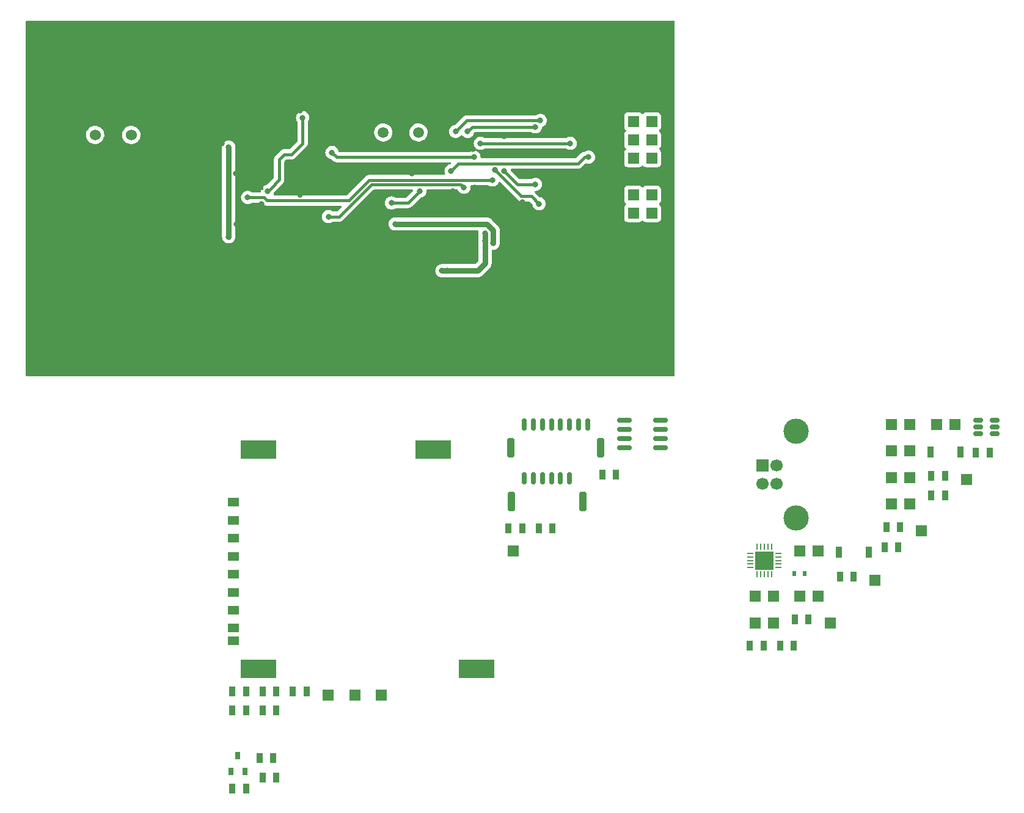
<source format=gbr>
%TF.GenerationSoftware,KiCad,Pcbnew,6.0.4-6f826c9f35~116~ubuntu20.04.1*%
%TF.CreationDate,2022-05-02T13:01:33+00:00*%
%TF.ProjectId,USTSIPIN01A,55535453-4950-4494-9e30-31412e6b6963,REV*%
%TF.SameCoordinates,Original*%
%TF.FileFunction,Copper,L1,Top*%
%TF.FilePolarity,Positive*%
%FSLAX46Y46*%
G04 Gerber Fmt 4.6, Leading zero omitted, Abs format (unit mm)*
G04 Created by KiCad (PCBNEW 6.0.4-6f826c9f35~116~ubuntu20.04.1) date 2022-05-02 13:01:33*
%MOMM*%
%LPD*%
G01*
G04 APERTURE LIST*
G04 Aperture macros list*
%AMRoundRect*
0 Rectangle with rounded corners*
0 $1 Rounding radius*
0 $2 $3 $4 $5 $6 $7 $8 $9 X,Y pos of 4 corners*
0 Add a 4 corners polygon primitive as box body*
4,1,4,$2,$3,$4,$5,$6,$7,$8,$9,$2,$3,0*
0 Add four circle primitives for the rounded corners*
1,1,$1+$1,$2,$3*
1,1,$1+$1,$4,$5*
1,1,$1+$1,$6,$7*
1,1,$1+$1,$8,$9*
0 Add four rect primitives between the rounded corners*
20,1,$1+$1,$2,$3,$4,$5,0*
20,1,$1+$1,$4,$5,$6,$7,0*
20,1,$1+$1,$6,$7,$8,$9,0*
20,1,$1+$1,$8,$9,$2,$3,0*%
G04 Aperture macros list end*
%TA.AperFunction,ComponentPad*%
%ADD10C,6.000000*%
%TD*%
%TA.AperFunction,ComponentPad*%
%ADD11R,1.524000X1.524000*%
%TD*%
%TA.AperFunction,ComponentPad*%
%ADD12C,1.524000*%
%TD*%
%TA.AperFunction,SMDPad,CuDef*%
%ADD13R,3.800000X1.000000*%
%TD*%
%TA.AperFunction,SMDPad,CuDef*%
%ADD14R,1.000000X3.800000*%
%TD*%
%TA.AperFunction,SMDPad,CuDef*%
%ADD15R,3.300000X2.550000*%
%TD*%
%TA.AperFunction,SMDPad,CuDef*%
%ADD16R,1.000000X1.000000*%
%TD*%
%TA.AperFunction,SMDPad,CuDef*%
%ADD17R,1.000000X2.300000*%
%TD*%
%TA.AperFunction,SMDPad,CuDef*%
%ADD18R,2.300000X1.000000*%
%TD*%
%TA.AperFunction,ComponentPad*%
%ADD19C,1.500000*%
%TD*%
%TA.AperFunction,SMDPad,CuDef*%
%ADD20RoundRect,0.150000X-0.150000X-0.700000X0.150000X-0.700000X0.150000X0.700000X-0.150000X0.700000X0*%
%TD*%
%TA.AperFunction,SMDPad,CuDef*%
%ADD21RoundRect,0.250000X-0.250000X-1.100000X0.250000X-1.100000X0.250000X1.100000X-0.250000X1.100000X0*%
%TD*%
%TA.AperFunction,SMDPad,CuDef*%
%ADD22R,0.889000X1.397000*%
%TD*%
%TA.AperFunction,SMDPad,CuDef*%
%ADD23R,0.800100X1.000760*%
%TD*%
%TA.AperFunction,SMDPad,CuDef*%
%ADD24RoundRect,0.150000X-0.512500X-0.150000X0.512500X-0.150000X0.512500X0.150000X-0.512500X0.150000X0*%
%TD*%
%TA.AperFunction,SMDPad,CuDef*%
%ADD25R,0.950000X1.500000*%
%TD*%
%TA.AperFunction,ComponentPad*%
%ADD26R,1.700000X1.700000*%
%TD*%
%TA.AperFunction,ComponentPad*%
%ADD27C,1.700000*%
%TD*%
%TA.AperFunction,ComponentPad*%
%ADD28C,3.500000*%
%TD*%
%TA.AperFunction,SMDPad,CuDef*%
%ADD29RoundRect,0.062500X-0.350000X-0.062500X0.350000X-0.062500X0.350000X0.062500X-0.350000X0.062500X0*%
%TD*%
%TA.AperFunction,SMDPad,CuDef*%
%ADD30RoundRect,0.062500X-0.062500X-0.350000X0.062500X-0.350000X0.062500X0.350000X-0.062500X0.350000X0*%
%TD*%
%TA.AperFunction,SMDPad,CuDef*%
%ADD31R,2.500000X2.500000*%
%TD*%
%TA.AperFunction,SMDPad,CuDef*%
%ADD32R,0.600000X0.700000*%
%TD*%
%TA.AperFunction,SMDPad,CuDef*%
%ADD33R,1.600000X1.200000*%
%TD*%
%TA.AperFunction,SMDPad,CuDef*%
%ADD34R,5.000000X2.500000*%
%TD*%
%TA.AperFunction,SMDPad,CuDef*%
%ADD35RoundRect,0.150000X-0.825000X-0.150000X0.825000X-0.150000X0.825000X0.150000X-0.825000X0.150000X0*%
%TD*%
%TA.AperFunction,ViaPad*%
%ADD36C,0.800000*%
%TD*%
%TA.AperFunction,Conductor*%
%ADD37C,0.250000*%
%TD*%
%TA.AperFunction,Conductor*%
%ADD38C,0.400000*%
%TD*%
%TA.AperFunction,Conductor*%
%ADD39C,0.800000*%
%TD*%
G04 APERTURE END LIST*
D10*
%TO.P,M2,1*%
%TO.N,GND*%
X86360000Y45720000D03*
%TD*%
%TO.P,M3,1*%
%TO.N,GND*%
X5080000Y45720000D03*
%TD*%
%TO.P,M4,1*%
%TO.N,GND*%
X5080000Y5080000D03*
%TD*%
D11*
%TO.P,J1,1*%
%TO.N,/power/5*%
X84963000Y25908000D03*
%TO.P,J1,2*%
X87503000Y25908000D03*
%TD*%
%TO.P,J2,1*%
%TO.N,GND*%
X84963000Y28448000D03*
%TO.P,J2,2*%
X87503000Y28448000D03*
%TD*%
%TO.P,J3,1*%
%TO.N,/power/3*%
X84963000Y23368000D03*
%TO.P,J3,2*%
X87503000Y23368000D03*
%TD*%
D12*
%TO.P,D2,1,K*%
%TO.N,/K*%
X15360000Y34190000D03*
%TO.P,D2,2,A*%
%TO.N,/A*%
X10360000Y34190000D03*
%TD*%
D11*
%TO.P,J4,1*%
%TO.N,/cpu/PC7*%
X84963000Y36068000D03*
%TD*%
%TO.P,J5,1*%
%TO.N,/cpu/PC3*%
X87503000Y36068000D03*
%TD*%
%TO.P,J6,1*%
%TO.N,/cpu/RX0*%
X84963000Y33528000D03*
%TD*%
%TO.P,J7,1*%
%TO.N,/cpu/TX0*%
X87503000Y33528000D03*
%TD*%
%TO.P,J19,1*%
%TO.N,/cpu/RST#*%
X84963000Y30988000D03*
%TO.P,J19,2*%
X87503000Y30988000D03*
%TD*%
D10*
%TO.P,M1,1*%
%TO.N,GND*%
X86360000Y5080000D03*
%TD*%
D13*
%TO.P,M5,1*%
%TO.N,GND*%
X49976000Y40648000D03*
X67976000Y40648000D03*
X43976000Y40648000D03*
D14*
X80876000Y22498000D03*
X37076000Y34498000D03*
X80876000Y34498000D03*
D15*
X79726000Y39873000D03*
D13*
X49976000Y10348000D03*
X67976000Y10348000D03*
D15*
X79726000Y11123000D03*
X38226000Y11123000D03*
D13*
X61976000Y10348000D03*
X61976000Y40648000D03*
X55976000Y40648000D03*
X73976000Y10348000D03*
D14*
X37076000Y16498000D03*
D13*
X43976000Y10348000D03*
D14*
X80876000Y28498000D03*
X37076000Y22498000D03*
D13*
X73976000Y40648000D03*
D14*
X80876000Y16498000D03*
X37076000Y28498000D03*
D13*
X55976000Y10348000D03*
D15*
X38226000Y39873000D03*
%TD*%
D13*
%TO.P,M8,1*%
%TO.N,GND*%
X26272000Y9500000D03*
D14*
X1372000Y22400000D03*
D16*
X33172000Y9500000D03*
D13*
X8272000Y41300000D03*
X26272000Y41300000D03*
X14272000Y41300000D03*
D14*
X33172000Y34400000D03*
D13*
X20272000Y41300000D03*
D14*
X1372000Y28400000D03*
X33172000Y22400000D03*
D17*
X33172000Y11150000D03*
D14*
X1372000Y16400000D03*
D18*
X31522000Y9500000D03*
D13*
X20272000Y9500000D03*
D14*
X1372000Y34400000D03*
D13*
X8272000Y9500000D03*
D16*
X1372000Y41300000D03*
X1372000Y9500000D03*
D14*
X33172000Y16400000D03*
D17*
X1372000Y39650000D03*
X1372000Y11150000D03*
D18*
X31522000Y41300000D03*
D14*
X33172000Y28400000D03*
D13*
X14272000Y9500000D03*
D16*
X33172000Y41300000D03*
D17*
X33172000Y39650000D03*
D18*
X3022000Y41300000D03*
X3022000Y9500000D03*
%TD*%
D19*
%TO.P,Y1,1,1*%
%TO.N,Net-(C30-Pad1)*%
X50292000Y34544000D03*
%TO.P,Y1,2,2*%
%TO.N,Net-(C33-Pad1)*%
X55172000Y34544000D03*
%TD*%
D20*
%TO.P,J3,1*%
%TO.N,UAV_5V*%
X69861000Y-13408000D03*
%TO.P,J3,2*%
%TO.N,/cpu/RX0*%
X71111000Y-13408000D03*
%TO.P,J3,3*%
%TO.N,/cpu/TX0*%
X72361000Y-13408000D03*
%TO.P,J3,4*%
%TO.N,unconnected-(J3-Pad4)*%
X73611000Y-13408000D03*
%TO.P,J3,5*%
%TO.N,unconnected-(J3-Pad5)*%
X74861000Y-13408000D03*
%TO.P,J3,6*%
%TO.N,GND*%
X76111000Y-13408000D03*
D21*
%TO.P,J3,MP*%
X68011000Y-16608000D03*
X77961000Y-16608000D03*
%TD*%
D11*
%TO.P,J4,1*%
%TO.N,/cpu/PC3*%
X68326000Y-23498000D03*
%TD*%
%TO.P,J10,1*%
%TO.N,/power/RXD*%
X108026000Y-29768000D03*
%TO.P,J10,2*%
X110566000Y-29768000D03*
%TD*%
D22*
%TO.P,R17,1*%
%TO.N,/cpu/PB4*%
X33567500Y-45590000D03*
%TO.P,R17,2*%
%TO.N,Net-(J2-Pad1)*%
X35472500Y-45590000D03*
%TD*%
D11*
%TO.P,J17,1*%
%TO.N,GND*%
X120706000Y-13308000D03*
%TO.P,J17,2*%
X123246000Y-13308000D03*
%TD*%
%TO.P,J18,1*%
%TO.N,/power/CBUS0*%
X118446000Y-27508000D03*
%TD*%
D22*
%TO.P,R25,1*%
%TO.N,/cpu/PB6*%
X29377500Y-42920000D03*
%TO.P,R25,2*%
%TO.N,Net-(J2-Pad7)*%
X31282500Y-42920000D03*
%TD*%
D20*
%TO.P,J1,1*%
%TO.N,/cpu/TIMEPULSE*%
X69851000Y-5958000D03*
%TO.P,J1,2*%
%TO.N,/cpu/EXTINT*%
X71101000Y-5958000D03*
%TO.P,J1,3*%
%TO.N,/cpu/GEO_STAT*%
X72351000Y-5958000D03*
%TO.P,J1,4*%
%TO.N,/cpu/PC1*%
X73601000Y-5958000D03*
%TO.P,J1,5*%
%TO.N,/cpu/PC0*%
X74851000Y-5958000D03*
%TO.P,J1,6*%
%TO.N,/cpu/TX1*%
X76101000Y-5958000D03*
%TO.P,J1,7*%
%TO.N,/cpu/RX1*%
X77351000Y-5958000D03*
%TO.P,J1,8*%
%TO.N,GND*%
X78601000Y-5958000D03*
D21*
%TO.P,J1,MP*%
X68001000Y-9158000D03*
X80451000Y-9158000D03*
%TD*%
D22*
%TO.P,R24,1*%
%TO.N,/cpu/PB7*%
X33567500Y-42920000D03*
%TO.P,R24,2*%
%TO.N,Net-(J2-Pad5)*%
X35472500Y-42920000D03*
%TD*%
%TO.P,R28,1*%
%TO.N,Net-(D3-Pad1)*%
X126237500Y-13100000D03*
%TO.P,R28,2*%
%TO.N,/power/RXLED{slash}CBUS1*%
X128142500Y-13100000D03*
%TD*%
%TO.P,C37,1*%
%TO.N,Net-(C37-Pad1)*%
X33567500Y-54890000D03*
%TO.P,C37,2*%
%TO.N,/K*%
X35472500Y-54890000D03*
%TD*%
D11*
%TO.P,J11,1*%
%TO.N,/power/#RTS*%
X126936000Y-5928000D03*
%TO.P,J11,2*%
X129476000Y-5928000D03*
%TD*%
%TO.P,J6,1*%
%TO.N,/cpu/RX0*%
X50026000Y-43428000D03*
%TD*%
D22*
%TO.P,C48,1*%
%TO.N,GND*%
X119747500Y-23010000D03*
%TO.P,C48,2*%
%TO.N,+3V3*%
X121652500Y-23010000D03*
%TD*%
D23*
%TO.P,Q1,D*%
%TO.N,N/C*%
X30141090Y-51883380D03*
%TO.P,Q1,G*%
X29188590Y-54083020D03*
%TO.P,Q1,S*%
X31093590Y-54083020D03*
%TD*%
D22*
%TO.P,R27,1*%
%TO.N,Net-(R26-Pad2)*%
X126237500Y-15770000D03*
%TO.P,R27,2*%
%TO.N,GND*%
X128142500Y-15770000D03*
%TD*%
%TO.P,L2,1,1*%
%TO.N,Net-(L2-Pad1)*%
X29377500Y-45590000D03*
%TO.P,L2,2,2*%
%TO.N,/cpu/SD_VDD*%
X31282500Y-45590000D03*
%TD*%
%TO.P,C25,1*%
%TO.N,/cpu/SD_VDD*%
X71817500Y-20320000D03*
%TO.P,C25,2*%
%TO.N,GND*%
X73722500Y-20320000D03*
%TD*%
D24*
%TO.P,U7,1,I/O1*%
%TO.N,/power/DM*%
X132758500Y-5358000D03*
%TO.P,U7,2,GND*%
%TO.N,GND*%
X132758500Y-6308000D03*
%TO.P,U7,3,I/O2*%
%TO.N,/power/DP*%
X132758500Y-7258000D03*
%TO.P,U7,4,I/O2*%
%TO.N,/power/D+*%
X135033500Y-7258000D03*
%TO.P,U7,5,VBUS*%
%TO.N,UAV_5V*%
X135033500Y-6308000D03*
%TO.P,U7,6,I/O1*%
%TO.N,/power/D-*%
X135033500Y-5358000D03*
%TD*%
D22*
%TO.P,R14,1*%
%TO.N,Net-(C37-Pad1)*%
X33137500Y-52220000D03*
%TO.P,R14,2*%
%TO.N,GND*%
X35042500Y-52220000D03*
%TD*%
D25*
%TO.P,D4,1,K*%
%TO.N,Net-(D4-Pad1)*%
X117595600Y-23670400D03*
%TO.P,D4,2,A*%
%TO.N,+5V*%
X113445600Y-23670400D03*
%TD*%
D22*
%TO.P,C22,1*%
%TO.N,/cpu/SD_VDD*%
X67627500Y-20320000D03*
%TO.P,C22,2*%
%TO.N,GND*%
X69532500Y-20320000D03*
%TD*%
D26*
%TO.P,J8,1,VBUS*%
%TO.N,UAV_5V*%
X102831000Y-11628000D03*
D27*
%TO.P,J8,2,D-*%
%TO.N,/power/D-*%
X102831000Y-14128000D03*
%TO.P,J8,3,D+*%
%TO.N,/power/D+*%
X104831000Y-14128000D03*
%TO.P,J8,4,GND*%
%TO.N,GND*%
X104831000Y-11628000D03*
D28*
%TO.P,J8,5,Shield*%
X107541000Y-18898000D03*
X107541000Y-6858000D03*
%TD*%
D22*
%TO.P,R29,1*%
%TO.N,Net-(D4-Pad1)*%
X101097500Y-36640000D03*
%TO.P,R29,2*%
%TO.N,/power/TXLED{slash}CBUS2*%
X103002500Y-36640000D03*
%TD*%
D25*
%TO.P,D3,1,K*%
%TO.N,Net-(D3-Pad1)*%
X130255600Y-9770400D03*
%TO.P,D3,2,A*%
%TO.N,+5V*%
X126105600Y-9770400D03*
%TD*%
D22*
%TO.P,C38,1*%
%TO.N,Net-(C29-Pad1)*%
X132407500Y-9870000D03*
%TO.P,C38,2*%
%TO.N,GND*%
X134312500Y-9870000D03*
%TD*%
D11*
%TO.P,J16,1*%
%TO.N,/power/#RI*%
X108046000Y-23518000D03*
%TO.P,J16,2*%
X110586000Y-23518000D03*
%TD*%
D29*
%TO.P,U9,1,RXD*%
%TO.N,/power/RXD*%
X101138500Y-23798000D03*
%TO.P,U9,2,~{RI}*%
%TO.N,/power/#RI*%
X101138500Y-24298000D03*
%TO.P,U9,3,GND*%
%TO.N,GND*%
X101138500Y-24798000D03*
%TO.P,U9,4,~{DSR}*%
%TO.N,/power/#DSR*%
X101138500Y-25298000D03*
%TO.P,U9,5,~{DCD}*%
%TO.N,/power/#DCD*%
X101138500Y-25798000D03*
D30*
%TO.P,U9,6,~{CTS}*%
%TO.N,/power/#CTS*%
X102076000Y-26735500D03*
%TO.P,U9,7,CBUS2*%
%TO.N,/power/TXLED{slash}CBUS2*%
X102576000Y-26735500D03*
%TO.P,U9,8,USBDP*%
%TO.N,/power/DP*%
X103076000Y-26735500D03*
%TO.P,U9,9,USBDM*%
%TO.N,/power/DM*%
X103576000Y-26735500D03*
%TO.P,U9,10,3V3OUT*%
%TO.N,+3V3*%
X104076000Y-26735500D03*
D29*
%TO.P,U9,11,~{RESET}*%
%TO.N,Net-(R26-Pad2)*%
X105013500Y-25798000D03*
%TO.P,U9,12,VCC*%
%TO.N,Net-(C29-Pad3)*%
X105013500Y-25298000D03*
%TO.P,U9,13,GND*%
%TO.N,GND*%
X105013500Y-24798000D03*
%TO.P,U9,14,CBUS1*%
%TO.N,/power/RXLED{slash}CBUS1*%
X105013500Y-24298000D03*
%TO.P,U9,15,CBUS0*%
%TO.N,/power/CBUS0*%
X105013500Y-23798000D03*
D30*
%TO.P,U9,16,CBUS3*%
%TO.N,/power/CBUS3*%
X104076000Y-22860500D03*
%TO.P,U9,17,TXD*%
%TO.N,/power/TXD*%
X103576000Y-22860500D03*
%TO.P,U9,18,~{DTR}*%
%TO.N,/power/#DTR*%
X103076000Y-22860500D03*
%TO.P,U9,19,~{RTS}*%
%TO.N,/power/#RTS*%
X102576000Y-22860500D03*
%TO.P,U9,20,VCCIO*%
%TO.N,+3V3*%
X102076000Y-22860500D03*
D31*
%TO.P,U9,21,GND*%
%TO.N,GND*%
X103076000Y-24798000D03*
%TD*%
D22*
%TO.P,R16,1*%
%TO.N,/K*%
X29377500Y-56420000D03*
%TO.P,R16,2*%
%TO.N,/Ubiasout*%
X31282500Y-56420000D03*
%TD*%
%TO.P,C46,1*%
%TO.N,Net-(C29-Pad3)*%
X105287500Y-36640000D03*
%TO.P,C46,2*%
%TO.N,GND*%
X107192500Y-36640000D03*
%TD*%
D11*
%TO.P,J12,1*%
%TO.N,/power/#CTS*%
X120706000Y-9618000D03*
%TO.P,J12,2*%
X123246000Y-9618000D03*
%TD*%
%TO.P,J20,1*%
%TO.N,/power/RXLED{slash}CBUS1*%
X124896000Y-20688000D03*
%TD*%
D22*
%TO.P,C41,1*%
%TO.N,Net-(C29-Pad3)*%
X113557500Y-27000000D03*
%TO.P,C41,2*%
%TO.N,GND*%
X115462500Y-27000000D03*
%TD*%
D11*
%TO.P,J21,1*%
%TO.N,/power/TXLED{slash}CBUS2*%
X112216000Y-33458000D03*
%TD*%
D32*
%TO.P,D1,1,K*%
%TO.N,Net-(C29-Pad1)*%
X107276000Y-26588000D03*
%TO.P,D1,2,A*%
%TO.N,GND*%
X108676000Y-26588000D03*
%TD*%
D22*
%TO.P,R26,1*%
%TO.N,Net-(C29-Pad3)*%
X107327500Y-32950000D03*
%TO.P,R26,2*%
%TO.N,Net-(R26-Pad2)*%
X109232500Y-32950000D03*
%TD*%
%TO.P,C45,1*%
%TO.N,+3V3*%
X120007500Y-20180000D03*
%TO.P,C45,2*%
%TO.N,GND*%
X121912500Y-20180000D03*
%TD*%
%TO.P,R18,1*%
%TO.N,/cpu/PB5*%
X37757500Y-42920000D03*
%TO.P,R18,2*%
%TO.N,Net-(J2-Pad2)*%
X39662500Y-42920000D03*
%TD*%
D11*
%TO.P,J7,1*%
%TO.N,/cpu/TX0*%
X42646000Y-43428000D03*
%TD*%
%TO.P,J14,1*%
%TO.N,/power/#DSR*%
X101796000Y-29768000D03*
%TO.P,J14,2*%
X104336000Y-29768000D03*
%TD*%
D33*
%TO.P,J2,1,CD/DAT3*%
%TO.N,Net-(J2-Pad1)*%
X29531000Y-19219700D03*
%TO.P,J2,2,CMD*%
%TO.N,Net-(J2-Pad2)*%
X29531000Y-21719700D03*
%TO.P,J2,3,VSS*%
%TO.N,GND*%
X29531000Y-24219700D03*
%TO.P,J2,4,VDD*%
%TO.N,/cpu/SD_VDD*%
X29531000Y-26719700D03*
%TO.P,J2,5,CLK*%
%TO.N,Net-(J2-Pad5)*%
X29531000Y-29219700D03*
%TO.P,J2,6,VSS*%
%TO.N,GND*%
X29531000Y-31719700D03*
%TO.P,J2,7,DAT0*%
%TO.N,Net-(J2-Pad7)*%
X29531000Y-34149700D03*
%TO.P,J2,8,DAT1*%
%TO.N,unconnected-(J2-Pad8)*%
X29531000Y-35949700D03*
%TO.P,J2,9,DAT2*%
%TO.N,unconnected-(J2-Pad9)*%
X29531000Y-16719700D03*
D34*
%TO.P,J2,12,SHELL1*%
%TO.N,GND*%
X33031000Y-9384700D03*
X33031000Y-39834700D03*
X57231000Y-9384700D03*
X63231000Y-39834700D03*
%TD*%
D11*
%TO.P,J23,1*%
%TO.N,/power/CBUS3*%
X131126000Y-13608000D03*
%TD*%
%TO.P,J9,1*%
%TO.N,/power/TXD*%
X120706000Y-5928000D03*
%TO.P,J9,2*%
X123246000Y-5928000D03*
%TD*%
%TO.P,J15,1*%
%TO.N,/power/#DCD*%
X101796000Y-33458000D03*
%TO.P,J15,2*%
X104336000Y-33458000D03*
%TD*%
D35*
%TO.P,U6,1,A0*%
%TO.N,GND*%
X83721000Y-5403000D03*
%TO.P,U6,2,A1*%
X83721000Y-6673000D03*
%TO.P,U6,3,A2*%
X83721000Y-7943000D03*
%TO.P,U6,4,GND*%
X83721000Y-9213000D03*
%TO.P,U6,5,SDA*%
%TO.N,/cpu/PC1*%
X88671000Y-9213000D03*
%TO.P,U6,6,SCL*%
%TO.N,/cpu/PC0*%
X88671000Y-7943000D03*
%TO.P,U6,7,WP*%
%TO.N,GND*%
X88671000Y-6673000D03*
%TO.P,U6,8,VCC*%
%TO.N,+3V3*%
X88671000Y-5403000D03*
%TD*%
D22*
%TO.P,C36,1*%
%TO.N,+3V3*%
X80637500Y-12870000D03*
%TO.P,C36,2*%
%TO.N,GND*%
X82542500Y-12870000D03*
%TD*%
D11*
%TO.P,J13,1*%
%TO.N,/power/#DTR*%
X120706000Y-16998000D03*
%TO.P,J13,2*%
X123246000Y-16998000D03*
%TD*%
%TO.P,J5,1*%
%TO.N,/cpu/PC4*%
X46336000Y-43428000D03*
%TD*%
D36*
%TO.N,GND*%
X75311000Y14605000D03*
X33020000Y13716000D03*
X32766000Y12192000D03*
X34290000Y12192000D03*
X35814000Y12192000D03*
X37338000Y12192000D03*
X39116000Y12192000D03*
X40640000Y12192000D03*
X28575000Y11430000D03*
X26670000Y12700000D03*
X26670000Y13970000D03*
X27940000Y15240000D03*
X27940000Y16510000D03*
X27305000Y17780000D03*
X26035000Y18415000D03*
X24765000Y18415000D03*
X23495000Y18415000D03*
X22225000Y18415000D03*
X20955000Y17780000D03*
X19685000Y16510000D03*
X18415000Y15875000D03*
X17145000Y15875000D03*
X15240000Y15875000D03*
X13970000Y17145000D03*
X12700000Y17145000D03*
X17780000Y19050000D03*
X17780000Y20320000D03*
X17780000Y21590000D03*
X19050000Y21590000D03*
X19050000Y20320000D03*
X20320000Y21590000D03*
X21590000Y21590000D03*
X22860000Y21590000D03*
X24130000Y21590000D03*
X25400000Y21590000D03*
X26670000Y21590000D03*
X21590000Y22860000D03*
X21590000Y24892000D03*
X22860000Y24892000D03*
X22860000Y22860000D03*
X31115000Y22225000D03*
X29972000Y21844000D03*
X30480000Y20320000D03*
X30480000Y19050000D03*
X31750000Y19050000D03*
X31750000Y20320000D03*
X32385000Y21590000D03*
X34290000Y22225000D03*
X34036000Y17272000D03*
X34290000Y18415000D03*
X33655000Y19685000D03*
X32512000Y17272000D03*
X10795000Y17145000D03*
X8890000Y17145000D03*
X7620000Y17780000D03*
X5715000Y17780000D03*
X4445000Y18415000D03*
X3175000Y19685000D03*
X2540000Y20955000D03*
X2540000Y22225000D03*
X2540000Y24130000D03*
X2540000Y26035000D03*
X2540000Y27940000D03*
X2540000Y29845000D03*
X2540000Y31750000D03*
X2540000Y33020000D03*
X5715000Y33020000D03*
X6985000Y31750000D03*
X7620000Y33020000D03*
X8255000Y34290000D03*
X8255000Y35560000D03*
X10160000Y36195000D03*
X11430000Y36195000D03*
X12065000Y34925000D03*
X10795000Y31750000D03*
X12065000Y33020000D03*
X5080000Y35560000D03*
X13970000Y34925000D03*
X14605000Y36195000D03*
X15875000Y36195000D03*
X16510000Y37465000D03*
X16510000Y38735000D03*
X19685000Y30480000D03*
X20955000Y30480000D03*
X22225000Y30480000D03*
X23368000Y29972000D03*
X24765000Y32004000D03*
X26035000Y30988000D03*
X27305000Y30480000D03*
X27305000Y31750000D03*
X27940000Y33020000D03*
X28575000Y34290000D03*
X26035000Y33655000D03*
X26035000Y35560000D03*
X27305000Y36195000D03*
X28575000Y36195000D03*
X29845000Y35560000D03*
X31115000Y35560000D03*
X32385000Y35560000D03*
X33655000Y35560000D03*
X34925000Y35560000D03*
X36195000Y36195000D03*
X36195000Y37465000D03*
X37465000Y38100000D03*
X40005000Y37465000D03*
X40894000Y34036000D03*
X40894000Y32512000D03*
X40894000Y31496000D03*
X41656000Y30480000D03*
X42926000Y30480000D03*
X43688000Y29464000D03*
X50800000Y39116000D03*
X52324000Y39116000D03*
X53848000Y39116000D03*
X55372000Y39116000D03*
X56896000Y39116000D03*
X58420000Y39116000D03*
X59944000Y39116000D03*
X61468000Y39116000D03*
X62992000Y26924000D03*
X58928000Y20320000D03*
X53848000Y20320000D03*
X57912000Y24892000D03*
X69596000Y24892000D03*
X70104000Y22352000D03*
X76200000Y31496000D03*
X66548000Y31496000D03*
X67183000Y38735000D03*
X68453000Y38735000D03*
X51054000Y32512000D03*
X50038000Y21717000D03*
X49657000Y32512000D03*
X6096000Y36576000D03*
X7112000Y37592000D03*
X8636000Y38608000D03*
X10160000Y38608000D03*
X11684000Y38608000D03*
X13208000Y38608000D03*
X14224000Y37592000D03*
X79248000Y21844000D03*
X79248000Y20320000D03*
X78232000Y19304000D03*
X78232000Y39243000D03*
X76708000Y39243000D03*
X75184000Y39243000D03*
X73660000Y39243000D03*
X72136000Y39243000D03*
X70612000Y39243000D03*
X69596000Y39243000D03*
X87884000Y12192000D03*
X87884000Y13716000D03*
X88392000Y16764000D03*
X79248000Y33528000D03*
X67056000Y34036000D03*
X10320000Y27680000D03*
X33428186Y28701814D03*
X37625000Y21965000D03*
X54229000Y28829000D03*
X38749423Y37565961D03*
X59944000Y26416000D03*
X31910000Y30220000D03*
X51308000Y13716000D03*
X40836307Y35248307D03*
X4064000Y34544000D03*
X10319457Y30200565D03*
X34450000Y29420000D03*
X30640000Y30220000D03*
X29862000Y28823000D03*
X4986000Y26918000D03*
X12225000Y31490000D03*
X51308000Y12446000D03*
X9304000Y22092000D03*
X50038000Y13716000D03*
X52578000Y12446000D03*
X38768000Y25902000D03*
X62701789Y32220000D03*
X14732000Y22352000D03*
X38895000Y21965000D03*
X10668000Y21965000D03*
X37465000Y15875000D03*
X33218000Y27680000D03*
X52578000Y13716000D03*
X12225000Y21965000D03*
X12860000Y23870000D03*
X38895000Y30220000D03*
X39530000Y29585000D03*
X33434000Y24632000D03*
X4986000Y25648000D03*
X10320000Y28950000D03*
X30767000Y28823000D03*
X10320000Y25775000D03*
X50038000Y12446000D03*
X55867109Y24815999D03*
%TO.N,Net-(R1-Pad2)*%
X39115992Y36576000D03*
X34256648Y26365080D03*
%TO.N,/cpu/RST#_P*%
X78740000Y31115000D03*
X59690000Y29210000D03*
%TO.N,/cpu/PC0*%
X65747314Y29387314D03*
X71882000Y24638000D03*
%TO.N,/cpu/PC1*%
X67056000Y29210000D03*
X71374778Y27336070D03*
%TO.N,/cpu/PB6*%
X55372000Y26416000D03*
X51435000Y24765000D03*
%TO.N,/cpu/RX0*%
X61976000Y34671000D03*
X71374000Y35306000D03*
%TO.N,/cpu/TX0*%
X60325000Y34671000D03*
X72066686Y36191990D03*
%TO.N,+3V3*%
X64389000Y20574000D03*
X28862000Y20060000D03*
X58420000Y15367000D03*
X28862000Y32506000D03*
X76200000Y33020000D03*
X59182000Y15367000D03*
X64389000Y19558000D03*
X63754000Y33020000D03*
%TO.N,+5V*%
X65532000Y19177000D03*
X51943000Y21844000D03*
%TO.N,PA1*%
X65405000Y27940000D03*
X31496000Y25527000D03*
%TO.N,PA0*%
X62865000Y31115000D03*
X43180000Y31750000D03*
%TO.N,PB0*%
X61468000Y26924000D03*
X42705000Y22860000D03*
%TD*%
D37*
%TO.N,GND*%
X4986000Y25648000D02*
X4986000Y26918000D01*
D38*
X34450000Y28912000D02*
X33218000Y27680000D01*
D37*
X33434000Y24632000D02*
X33434000Y23362000D01*
X10320000Y28950000D02*
X10320000Y27680000D01*
X13495000Y31490000D02*
X12205565Y30200565D01*
X29862000Y28823000D02*
X30767000Y28823000D01*
D38*
X31910000Y30220000D02*
X30640000Y30220000D01*
X38895000Y21965000D02*
X37625000Y21965000D01*
X34450000Y29420000D02*
X34450000Y28912000D01*
D37*
X33434000Y23362000D02*
X33688000Y23108000D01*
D38*
X34146372Y29420000D02*
X33428186Y28701814D01*
D37*
X12205565Y30200565D02*
X10319457Y30200565D01*
D38*
X39530000Y29585000D02*
X39530000Y26664000D01*
D37*
X12225000Y21965000D02*
X14130000Y21965000D01*
D38*
X34450000Y29420000D02*
X34146372Y29420000D01*
X39530000Y26664000D02*
X38768000Y25902000D01*
%TO.N,Net-(R1-Pad2)*%
X39115992Y36576000D02*
X39115992Y33019992D01*
X35853000Y27961432D02*
X34656647Y26765079D01*
X39115992Y33019992D02*
X37592000Y31496000D01*
X36576000Y31496000D02*
X35853000Y30773000D01*
X35853000Y30773000D02*
X35853000Y27961432D01*
X34656647Y26765079D02*
X34256648Y26365080D01*
X37592000Y31496000D02*
X36576000Y31496000D01*
%TO.N,/cpu/RST#_P*%
X78174315Y31115000D02*
X77285315Y30226000D01*
X78740000Y31115000D02*
X78174315Y31115000D01*
X77285315Y30226000D02*
X60706000Y30226000D01*
X60706000Y30226000D02*
X59690000Y29210000D01*
%TO.N,/cpu/PC0*%
X65747314Y29387314D02*
X69442627Y25692001D01*
X70827999Y25692001D02*
X71882000Y24638000D01*
X69442627Y25692001D02*
X70827999Y25692001D01*
%TO.N,/cpu/PC1*%
X67056000Y29210000D02*
X68929930Y27336070D01*
X68929930Y27336070D02*
X71374778Y27336070D01*
%TO.N,/cpu/PB6*%
X51435000Y24765000D02*
X53721000Y24765000D01*
X54972001Y26016001D02*
X55372000Y26416000D01*
X53721000Y24765000D02*
X54972001Y26016001D01*
%TO.N,/cpu/RX0*%
X62611000Y35306000D02*
X71374000Y35306000D01*
X61976000Y34671000D02*
X62611000Y35306000D01*
%TO.N,/cpu/TX0*%
X60325000Y34671000D02*
X61845990Y36191990D01*
X61845990Y36191990D02*
X72066686Y36191990D01*
%TO.N,+3V3*%
X76200000Y33020000D02*
X63754000Y33020000D01*
D39*
X64389000Y20574000D02*
X64389000Y16383000D01*
X59182000Y15367000D02*
X58420000Y15367000D01*
X28862000Y32506000D02*
X28862000Y20060000D01*
X64389000Y16383000D02*
X63373000Y15367000D01*
X63373000Y15367000D02*
X59182000Y15367000D01*
%TO.N,+5V*%
X64643000Y21844000D02*
X51943000Y21844000D01*
X65532000Y20955000D02*
X64643000Y21844000D01*
X65532000Y19177000D02*
X65532000Y20955000D01*
D38*
%TO.N,PA1*%
X45548999Y25101999D02*
X48323500Y27876500D01*
X31496000Y25527000D02*
X33723002Y25527000D01*
X65405000Y27940000D02*
X48387000Y27940000D01*
X34148003Y25101999D02*
X45548999Y25101999D01*
X33723002Y25527000D02*
X34148003Y25101999D01*
X48387000Y27940000D02*
X48323500Y27876500D01*
%TO.N,PA0*%
X43180000Y31750000D02*
X43815000Y31115000D01*
X43815000Y31115000D02*
X62865000Y31115000D01*
%TO.N,PB0*%
X61468000Y26924000D02*
X61052010Y27339990D01*
X44196000Y22860000D02*
X42705000Y22860000D01*
X48675990Y27339990D02*
X44196000Y22860000D01*
X61052010Y27339990D02*
X48675990Y27339990D01*
%TD*%
%TA.AperFunction,Conductor*%
%TO.N,GND*%
G36*
X90620122Y50017998D02*
G01*
X90666615Y49964342D01*
X90678001Y49912000D01*
X90678000Y888000D01*
X90657998Y819879D01*
X90604342Y773386D01*
X90552000Y762000D01*
X888000Y762000D01*
X819879Y782002D01*
X773386Y835658D01*
X762000Y888000D01*
X762000Y32506000D01*
X27948500Y32506000D01*
X27949190Y32499435D01*
X27952810Y32464993D01*
X27953500Y32451822D01*
X27953501Y20114187D01*
X27952811Y20101017D01*
X27948500Y20060000D01*
X27968462Y19870073D01*
X28027476Y19688446D01*
X28122963Y19523058D01*
X28127381Y19518151D01*
X28127382Y19518150D01*
X28134338Y19510425D01*
X28250749Y19381137D01*
X28256091Y19377256D01*
X28256093Y19377254D01*
X28399908Y19272767D01*
X28405250Y19268886D01*
X28411278Y19266202D01*
X28411280Y19266201D01*
X28519526Y19218007D01*
X28579713Y19191210D01*
X28673113Y19171357D01*
X28760056Y19152876D01*
X28760061Y19152876D01*
X28766513Y19151504D01*
X28957487Y19151504D01*
X28963939Y19152876D01*
X28963944Y19152876D01*
X29050887Y19171357D01*
X29144287Y19191210D01*
X29204474Y19218007D01*
X29312720Y19266201D01*
X29312722Y19266202D01*
X29318750Y19268886D01*
X29324092Y19272767D01*
X29467907Y19377254D01*
X29467909Y19377256D01*
X29473251Y19381137D01*
X29589662Y19510425D01*
X29596618Y19518150D01*
X29596619Y19518151D01*
X29601037Y19523058D01*
X29696524Y19688446D01*
X29755538Y19870073D01*
X29770500Y20012428D01*
X29775500Y20060000D01*
X29771189Y20101017D01*
X29770500Y20114178D01*
X29770500Y21844000D01*
X51029500Y21844000D01*
X51030190Y21837435D01*
X51033814Y21802955D01*
X51034504Y21789784D01*
X51034504Y21748513D01*
X51043086Y21708136D01*
X51045147Y21695128D01*
X51049462Y21654073D01*
X51051501Y21647799D01*
X51051502Y21647792D01*
X51062218Y21614809D01*
X51065630Y21602076D01*
X51074210Y21561713D01*
X51091000Y21524002D01*
X51095721Y21511702D01*
X51108476Y21472446D01*
X51111780Y21466723D01*
X51111781Y21466721D01*
X51129116Y21436695D01*
X51135102Y21424947D01*
X51151886Y21387250D01*
X51176144Y21353862D01*
X51183323Y21342808D01*
X51203963Y21307058D01*
X51208383Y21302149D01*
X51208386Y21302145D01*
X51231577Y21276389D01*
X51239878Y21266140D01*
X51264137Y21232749D01*
X51269045Y21228330D01*
X51294807Y21205134D01*
X51304134Y21195807D01*
X51331749Y21165137D01*
X51337091Y21161256D01*
X51337092Y21161255D01*
X51365138Y21140879D01*
X51375389Y21132577D01*
X51401145Y21109386D01*
X51401149Y21109383D01*
X51406058Y21104963D01*
X51441808Y21084323D01*
X51452860Y21077146D01*
X51486250Y21052886D01*
X51492281Y21050201D01*
X51523947Y21036102D01*
X51535695Y21030116D01*
X51565721Y21012781D01*
X51565723Y21012780D01*
X51571446Y21009476D01*
X51610702Y20996721D01*
X51623002Y20992000D01*
X51660713Y20975210D01*
X51667166Y20973838D01*
X51667167Y20973838D01*
X51701076Y20966630D01*
X51713809Y20963218D01*
X51746792Y20952502D01*
X51746799Y20952501D01*
X51753073Y20950462D01*
X51759634Y20949772D01*
X51759636Y20949772D01*
X51773519Y20948313D01*
X51794128Y20946147D01*
X51807136Y20944086D01*
X51847513Y20935504D01*
X51895352Y20935504D01*
X51895403Y20935503D01*
X51895428Y20935500D01*
X63377785Y20935500D01*
X63445906Y20915498D01*
X63492399Y20861842D01*
X63497253Y20777009D01*
X63498875Y20776664D01*
X63497612Y20770724D01*
X63497621Y20770572D01*
X63495462Y20763927D01*
X63475500Y20574000D01*
X63476190Y20567435D01*
X63479810Y20532993D01*
X63480500Y20519822D01*
X63480500Y19612179D01*
X63479810Y19599009D01*
X63475500Y19558000D01*
X63476190Y19551435D01*
X63479810Y19516990D01*
X63480500Y19503820D01*
X63480501Y18143872D01*
X63480501Y16811504D01*
X63443596Y16722409D01*
X63033592Y16312405D01*
X62944497Y16275500D01*
X58372428Y16275500D01*
X58372403Y16275497D01*
X58372352Y16275496D01*
X58324513Y16275496D01*
X58284136Y16266914D01*
X58271128Y16264853D01*
X58250519Y16262687D01*
X58236636Y16261228D01*
X58236634Y16261228D01*
X58230073Y16260538D01*
X58223799Y16258499D01*
X58223792Y16258498D01*
X58190809Y16247782D01*
X58178076Y16244370D01*
X58157975Y16240097D01*
X58137713Y16235790D01*
X58100002Y16219000D01*
X58087702Y16214279D01*
X58048446Y16201524D01*
X58042723Y16198220D01*
X58042721Y16198219D01*
X58012695Y16180884D01*
X58000947Y16174898D01*
X57963250Y16158114D01*
X57929862Y16133856D01*
X57918808Y16126677D01*
X57883058Y16106037D01*
X57878149Y16101617D01*
X57878145Y16101614D01*
X57852389Y16078423D01*
X57842140Y16070122D01*
X57808749Y16045863D01*
X57804329Y16040955D01*
X57804330Y16040955D01*
X57781134Y16015193D01*
X57771807Y16005866D01*
X57741137Y15978251D01*
X57737256Y15972909D01*
X57737255Y15972908D01*
X57716879Y15944862D01*
X57708577Y15934611D01*
X57685386Y15908855D01*
X57685383Y15908851D01*
X57680963Y15903942D01*
X57660323Y15868192D01*
X57653146Y15857140D01*
X57628886Y15823750D01*
X57626201Y15817719D01*
X57612102Y15786053D01*
X57606116Y15774305D01*
X57588781Y15744279D01*
X57585476Y15738554D01*
X57583434Y15732269D01*
X57572722Y15699301D01*
X57568000Y15686998D01*
X57551210Y15649287D01*
X57549838Y15642834D01*
X57549838Y15642833D01*
X57542630Y15608924D01*
X57539218Y15596191D01*
X57528502Y15563208D01*
X57528501Y15563201D01*
X57526462Y15556927D01*
X57525772Y15550366D01*
X57525772Y15550364D01*
X57522148Y15515878D01*
X57520086Y15502864D01*
X57511504Y15462487D01*
X57511504Y15421216D01*
X57510814Y15408045D01*
X57506500Y15367000D01*
X57507190Y15360435D01*
X57510814Y15325955D01*
X57511504Y15312784D01*
X57511504Y15271513D01*
X57520086Y15231136D01*
X57522147Y15218128D01*
X57526462Y15177073D01*
X57528501Y15170799D01*
X57528502Y15170792D01*
X57539218Y15137809D01*
X57542630Y15125076D01*
X57551210Y15084713D01*
X57568000Y15047002D01*
X57572721Y15034702D01*
X57585476Y14995446D01*
X57588780Y14989723D01*
X57588781Y14989721D01*
X57606116Y14959695D01*
X57612102Y14947947D01*
X57628886Y14910250D01*
X57653144Y14876862D01*
X57660323Y14865808D01*
X57680963Y14830058D01*
X57685383Y14825149D01*
X57685386Y14825145D01*
X57708577Y14799389D01*
X57716878Y14789140D01*
X57741137Y14755749D01*
X57746045Y14751330D01*
X57771807Y14728134D01*
X57781134Y14718807D01*
X57808749Y14688137D01*
X57814091Y14684256D01*
X57814092Y14684255D01*
X57842138Y14663879D01*
X57852389Y14655577D01*
X57878145Y14632386D01*
X57878149Y14632383D01*
X57883058Y14627963D01*
X57918808Y14607323D01*
X57929860Y14600146D01*
X57963250Y14575886D01*
X58000947Y14559102D01*
X58012695Y14553116D01*
X58042721Y14535781D01*
X58042723Y14535780D01*
X58048446Y14532476D01*
X58087702Y14519721D01*
X58100002Y14515000D01*
X58137713Y14498210D01*
X58144166Y14496838D01*
X58144167Y14496838D01*
X58178076Y14489630D01*
X58190809Y14486218D01*
X58223792Y14475502D01*
X58223799Y14475501D01*
X58230073Y14473462D01*
X58236634Y14472772D01*
X58236636Y14472772D01*
X58250519Y14471313D01*
X58271128Y14469147D01*
X58284136Y14467086D01*
X58324513Y14458504D01*
X58372352Y14458504D01*
X58372403Y14458503D01*
X58372428Y14458500D01*
X63291610Y14458500D01*
X63311320Y14456949D01*
X63325192Y14454752D01*
X63331779Y14455097D01*
X63331783Y14455097D01*
X63393405Y14458327D01*
X63400000Y14458500D01*
X63420572Y14458500D01*
X63426727Y14459147D01*
X63441040Y14460651D01*
X63447615Y14461168D01*
X63509307Y14464401D01*
X63509311Y14464402D01*
X63515902Y14464747D01*
X63522283Y14466457D01*
X63522285Y14466457D01*
X63529490Y14468387D01*
X63548924Y14471989D01*
X63556353Y14472770D01*
X63556362Y14472772D01*
X63562927Y14473462D01*
X63608459Y14488256D01*
X63627978Y14494598D01*
X63634302Y14496471D01*
X63693991Y14512465D01*
X63694000Y14512468D01*
X63700369Y14514175D01*
X63707250Y14517681D01*
X63712906Y14520562D01*
X63731168Y14528126D01*
X63738265Y14530432D01*
X63738270Y14530434D01*
X63744554Y14532476D01*
X63750279Y14535781D01*
X63803792Y14566677D01*
X63809589Y14569825D01*
X63829101Y14579767D01*
X63870528Y14600875D01*
X63875659Y14605030D01*
X63875662Y14605032D01*
X63881464Y14609730D01*
X63897750Y14620924D01*
X63909942Y14627963D01*
X63960775Y14673733D01*
X63965790Y14678017D01*
X63973493Y14684255D01*
X63981768Y14690956D01*
X63996294Y14705482D01*
X64001079Y14710023D01*
X64046952Y14751327D01*
X64046955Y14751330D01*
X64051863Y14755749D01*
X64060120Y14767114D01*
X64072962Y14782150D01*
X64973858Y15683044D01*
X64988891Y15695883D01*
X64994904Y15700252D01*
X64994905Y15700253D01*
X65000251Y15704137D01*
X65045959Y15754901D01*
X65050500Y15759686D01*
X65065045Y15774231D01*
X65078001Y15790230D01*
X65082285Y15795245D01*
X65123614Y15841146D01*
X65128037Y15846058D01*
X65135075Y15858248D01*
X65146270Y15874536D01*
X65150969Y15880339D01*
X65155125Y15885471D01*
X65164537Y15903942D01*
X65186170Y15946401D01*
X65189318Y15952199D01*
X65220223Y16005728D01*
X65220224Y16005730D01*
X65223524Y16011446D01*
X65227872Y16024829D01*
X65235439Y16043096D01*
X65238828Y16049747D01*
X65238830Y16049751D01*
X65241825Y16055630D01*
X65247933Y16078423D01*
X65259527Y16121696D01*
X65261396Y16128004D01*
X65282538Y16193073D01*
X65284008Y16207062D01*
X65287613Y16226515D01*
X65289543Y16233716D01*
X65291253Y16240097D01*
X65292324Y16260538D01*
X65294832Y16308385D01*
X65295349Y16314960D01*
X65297156Y16332156D01*
X65297500Y16335428D01*
X65297500Y16356000D01*
X65297673Y16362595D01*
X65300903Y16424217D01*
X65300903Y16424221D01*
X65301248Y16430808D01*
X65299051Y16444680D01*
X65297500Y16464390D01*
X65297500Y18143872D01*
X65317502Y18211993D01*
X65371158Y18258486D01*
X65434781Y18268872D01*
X65436513Y18268504D01*
X65627487Y18268504D01*
X65633939Y18269876D01*
X65633944Y18269876D01*
X65720887Y18288357D01*
X65814287Y18308210D01*
X65820318Y18310895D01*
X65982720Y18383201D01*
X65982722Y18383202D01*
X65988750Y18385886D01*
X65994092Y18389767D01*
X66137907Y18494254D01*
X66137909Y18494256D01*
X66143251Y18498137D01*
X66271037Y18640058D01*
X66366524Y18805446D01*
X66425538Y18987073D01*
X66445500Y19177000D01*
X66441190Y19218007D01*
X66440500Y19231178D01*
X66440500Y20873609D01*
X66442051Y20893320D01*
X66443216Y20900675D01*
X66444248Y20907191D01*
X66442765Y20935500D01*
X66440673Y20975405D01*
X66440500Y20981999D01*
X66440500Y21002572D01*
X66438349Y21023040D01*
X66437832Y21029615D01*
X66434599Y21091303D01*
X66434599Y21091304D01*
X66434253Y21097903D01*
X66430612Y21111491D01*
X66427008Y21130938D01*
X66426229Y21138355D01*
X66426228Y21138359D01*
X66425538Y21144927D01*
X66404403Y21209974D01*
X66402531Y21216293D01*
X66386535Y21275993D01*
X66386534Y21275996D01*
X66384826Y21282370D01*
X66378433Y21294918D01*
X66370871Y21313175D01*
X66368564Y21320277D01*
X66368563Y21320280D01*
X66366524Y21326554D01*
X66363226Y21332267D01*
X66363223Y21332273D01*
X66332323Y21385793D01*
X66329176Y21391589D01*
X66301121Y21446649D01*
X66298125Y21452529D01*
X66293971Y21457658D01*
X66293969Y21457662D01*
X66289271Y21463464D01*
X66278072Y21479758D01*
X66274341Y21486221D01*
X66274337Y21486227D01*
X66271037Y21491942D01*
X66225276Y21542765D01*
X66220992Y21547780D01*
X66214588Y21555688D01*
X66208045Y21563768D01*
X66193509Y21578304D01*
X66188968Y21583089D01*
X66147673Y21628952D01*
X66147672Y21628953D01*
X66143251Y21633863D01*
X66137909Y21637744D01*
X66137907Y21637746D01*
X66131889Y21642118D01*
X66116855Y21654958D01*
X65342962Y22428850D01*
X65330120Y22443886D01*
X65321863Y22455251D01*
X65271079Y22500977D01*
X65266294Y22505518D01*
X65251768Y22520044D01*
X65235790Y22532983D01*
X65230775Y22537267D01*
X65184850Y22578618D01*
X65184849Y22578619D01*
X65179942Y22583037D01*
X65167750Y22590076D01*
X65151464Y22601270D01*
X65145662Y22605968D01*
X65145659Y22605970D01*
X65140528Y22610125D01*
X65079587Y22641176D01*
X65073792Y22644323D01*
X65020277Y22675220D01*
X65020276Y22675221D01*
X65014554Y22678524D01*
X65008270Y22680566D01*
X65008265Y22680568D01*
X65001168Y22682874D01*
X64982906Y22690438D01*
X64976251Y22693828D01*
X64970369Y22696825D01*
X64964000Y22698532D01*
X64963991Y22698535D01*
X64904302Y22714529D01*
X64897978Y22716402D01*
X64869309Y22725717D01*
X64832927Y22737538D01*
X64826362Y22738228D01*
X64826353Y22738230D01*
X64818924Y22739011D01*
X64799490Y22742613D01*
X64792285Y22744543D01*
X64792283Y22744543D01*
X64785902Y22746253D01*
X64779311Y22746598D01*
X64779307Y22746599D01*
X64717615Y22749832D01*
X64711040Y22750349D01*
X64696727Y22751853D01*
X64690572Y22752500D01*
X64670000Y22752500D01*
X64663405Y22752673D01*
X64601783Y22755903D01*
X64601779Y22755903D01*
X64595192Y22756248D01*
X64588676Y22755216D01*
X64581321Y22754051D01*
X64561610Y22752500D01*
X51895428Y22752500D01*
X51895403Y22752497D01*
X51895352Y22752496D01*
X51847513Y22752496D01*
X51807136Y22743914D01*
X51794128Y22741853D01*
X51776936Y22740046D01*
X51759636Y22738228D01*
X51759634Y22738228D01*
X51753073Y22737538D01*
X51746799Y22735499D01*
X51746792Y22735498D01*
X51713809Y22724782D01*
X51701076Y22721370D01*
X51668894Y22714529D01*
X51660713Y22712790D01*
X51623002Y22696000D01*
X51610702Y22691279D01*
X51571446Y22678524D01*
X51565723Y22675220D01*
X51565721Y22675219D01*
X51535695Y22657884D01*
X51523947Y22651898D01*
X51486250Y22635114D01*
X51452862Y22610856D01*
X51441808Y22603677D01*
X51406058Y22583037D01*
X51401149Y22578617D01*
X51401145Y22578614D01*
X51375389Y22555423D01*
X51365140Y22547122D01*
X51331749Y22522863D01*
X51327329Y22517955D01*
X51327330Y22517955D01*
X51304134Y22492193D01*
X51294807Y22482866D01*
X51264137Y22455251D01*
X51260256Y22449909D01*
X51260255Y22449908D01*
X51239879Y22421862D01*
X51231577Y22411611D01*
X51208386Y22385855D01*
X51208383Y22385851D01*
X51203963Y22380942D01*
X51183323Y22345192D01*
X51176146Y22334140D01*
X51151886Y22300750D01*
X51146481Y22288611D01*
X51135102Y22263053D01*
X51129116Y22251305D01*
X51111781Y22221279D01*
X51108476Y22215554D01*
X51096032Y22177254D01*
X51095722Y22176301D01*
X51091000Y22163998D01*
X51074210Y22126287D01*
X51072838Y22119834D01*
X51072838Y22119833D01*
X51065630Y22085924D01*
X51062218Y22073191D01*
X51051502Y22040208D01*
X51051501Y22040201D01*
X51049462Y22033927D01*
X51048772Y22027366D01*
X51048772Y22027364D01*
X51045148Y21992878D01*
X51043086Y21979864D01*
X51034504Y21939487D01*
X51034504Y21898216D01*
X51033814Y21885045D01*
X51029500Y21844000D01*
X29770500Y21844000D01*
X29770500Y25527000D01*
X30582500Y25527000D01*
X30602462Y25337073D01*
X30604502Y25330795D01*
X30604502Y25330794D01*
X30636957Y25230907D01*
X30661476Y25155446D01*
X30664779Y25149724D01*
X30664780Y25149723D01*
X30670743Y25139395D01*
X30756963Y24990058D01*
X30761381Y24985151D01*
X30761382Y24985150D01*
X30866278Y24868651D01*
X30884749Y24848137D01*
X30890091Y24844256D01*
X30890093Y24844254D01*
X31033908Y24739767D01*
X31039250Y24735886D01*
X31045278Y24733202D01*
X31045280Y24733201D01*
X31207682Y24660895D01*
X31213713Y24658210D01*
X31303989Y24639021D01*
X31394056Y24619876D01*
X31394061Y24619876D01*
X31400513Y24618504D01*
X31591487Y24618504D01*
X31597939Y24619876D01*
X31597944Y24619876D01*
X31688011Y24639021D01*
X31778287Y24658210D01*
X31784318Y24660895D01*
X31946720Y24733201D01*
X31946722Y24733202D01*
X31952750Y24735886D01*
X32033339Y24794437D01*
X32107399Y24818500D01*
X33377343Y24818500D01*
X33466438Y24781595D01*
X33628655Y24619378D01*
X33634508Y24613113D01*
X33670578Y24571765D01*
X33676796Y24567395D01*
X33722849Y24535029D01*
X33728125Y24531111D01*
X33778391Y24491697D01*
X33785313Y24488572D01*
X33787619Y24487175D01*
X33802244Y24478833D01*
X33804621Y24477558D01*
X33810838Y24473189D01*
X33817917Y24470429D01*
X33817919Y24470428D01*
X33846368Y24459336D01*
X33870346Y24449988D01*
X33876422Y24447434D01*
X33927711Y24424276D01*
X33927713Y24424275D01*
X33934637Y24421149D01*
X33942103Y24419765D01*
X33944675Y24418959D01*
X33960874Y24414345D01*
X33963482Y24413675D01*
X33970563Y24410915D01*
X34033903Y24402576D01*
X34040407Y24401546D01*
X34103202Y24389908D01*
X34110782Y24390345D01*
X34110783Y24390345D01*
X34161859Y24393290D01*
X34169112Y24393499D01*
X44423340Y24393499D01*
X44491461Y24373497D01*
X44537954Y24319841D01*
X44548058Y24249567D01*
X44512435Y24178404D01*
X43939436Y23605405D01*
X43850341Y23568500D01*
X43316399Y23568500D01*
X43242339Y23592563D01*
X43224663Y23605405D01*
X43161750Y23651114D01*
X43155722Y23653798D01*
X43155720Y23653799D01*
X42993318Y23726105D01*
X42993317Y23726105D01*
X42987287Y23728790D01*
X42893887Y23748643D01*
X42806944Y23767124D01*
X42806939Y23767124D01*
X42800487Y23768496D01*
X42609513Y23768496D01*
X42603061Y23767124D01*
X42603056Y23767124D01*
X42516113Y23748643D01*
X42422713Y23728790D01*
X42416683Y23726105D01*
X42416682Y23726105D01*
X42254280Y23653799D01*
X42254278Y23653798D01*
X42248250Y23651114D01*
X42242909Y23647234D01*
X42242908Y23647233D01*
X42099093Y23542746D01*
X42099091Y23542744D01*
X42093749Y23538863D01*
X41965963Y23396942D01*
X41870476Y23231554D01*
X41811462Y23049927D01*
X41791500Y22860000D01*
X41792190Y22853435D01*
X41810117Y22682874D01*
X41811462Y22670073D01*
X41813502Y22663795D01*
X41813502Y22663794D01*
X41832291Y22605968D01*
X41870476Y22488446D01*
X41873779Y22482724D01*
X41873780Y22482723D01*
X41896203Y22443886D01*
X41965963Y22323058D01*
X41970381Y22318151D01*
X41970382Y22318150D01*
X42031309Y22250484D01*
X42093749Y22181137D01*
X42099091Y22177256D01*
X42099093Y22177254D01*
X42242908Y22072767D01*
X42248250Y22068886D01*
X42254278Y22066202D01*
X42254280Y22066201D01*
X42416682Y21993895D01*
X42422713Y21991210D01*
X42516113Y21971357D01*
X42603056Y21952876D01*
X42603061Y21952876D01*
X42609513Y21951504D01*
X42800487Y21951504D01*
X42806939Y21952876D01*
X42806944Y21952876D01*
X42893887Y21971357D01*
X42987287Y21991210D01*
X42993318Y21993895D01*
X43155720Y22066201D01*
X43155722Y22066202D01*
X43161750Y22068886D01*
X43242339Y22127437D01*
X43316399Y22151500D01*
X44170061Y22151500D01*
X44178632Y22151208D01*
X44233341Y22147478D01*
X44296279Y22158463D01*
X44302791Y22159423D01*
X44366194Y22167096D01*
X44373299Y22169781D01*
X44375906Y22170421D01*
X44392144Y22174863D01*
X44394741Y22175647D01*
X44402224Y22176953D01*
X44409180Y22180006D01*
X44409182Y22180007D01*
X44460705Y22202624D01*
X44466814Y22205117D01*
X44519452Y22225007D01*
X44519454Y22225008D01*
X44526562Y22227694D01*
X44532827Y22232000D01*
X44535218Y22233250D01*
X44549922Y22241434D01*
X44552243Y22242807D01*
X44559201Y22245861D01*
X44609877Y22284747D01*
X44615186Y22288604D01*
X44667846Y22324796D01*
X44676170Y22334138D01*
X44706955Y22368691D01*
X44711936Y22373967D01*
X48932555Y26594585D01*
X49021650Y26631490D01*
X54281328Y26631490D01*
X54349449Y26611488D01*
X54395942Y26557832D01*
X54406046Y26487558D01*
X54370424Y26416395D01*
X53464436Y25510405D01*
X53375340Y25473500D01*
X52046399Y25473500D01*
X51972339Y25497563D01*
X51922786Y25533565D01*
X51891750Y25556114D01*
X51885722Y25558798D01*
X51885720Y25558799D01*
X51723318Y25631105D01*
X51723317Y25631105D01*
X51717287Y25633790D01*
X51623887Y25653643D01*
X51536944Y25672124D01*
X51536939Y25672124D01*
X51530487Y25673496D01*
X51339513Y25673496D01*
X51333061Y25672124D01*
X51333056Y25672124D01*
X51246113Y25653643D01*
X51152713Y25633790D01*
X51146683Y25631105D01*
X51146682Y25631105D01*
X50984280Y25558799D01*
X50984278Y25558798D01*
X50978250Y25556114D01*
X50972909Y25552234D01*
X50972908Y25552233D01*
X50829093Y25447746D01*
X50829091Y25447744D01*
X50823749Y25443863D01*
X50819328Y25438953D01*
X50819327Y25438952D01*
X50806975Y25425233D01*
X50695963Y25301942D01*
X50692662Y25296224D01*
X50605930Y25146000D01*
X50600476Y25136554D01*
X50582653Y25081699D01*
X50553361Y24991547D01*
X50541462Y24954927D01*
X50540772Y24948364D01*
X50540772Y24948363D01*
X50533256Y24876848D01*
X50521500Y24765000D01*
X50522190Y24758435D01*
X50538590Y24602403D01*
X50541462Y24575073D01*
X50543502Y24568795D01*
X50543502Y24568794D01*
X50562317Y24510888D01*
X50600476Y24393446D01*
X50603779Y24387724D01*
X50603780Y24387723D01*
X50624062Y24352594D01*
X50695963Y24228058D01*
X50700381Y24223151D01*
X50700382Y24223150D01*
X50810314Y24101058D01*
X50823749Y24086137D01*
X50829091Y24082256D01*
X50829093Y24082254D01*
X50897661Y24032437D01*
X50978250Y23973886D01*
X50984278Y23971202D01*
X50984280Y23971201D01*
X51020098Y23955254D01*
X51152713Y23896210D01*
X51246113Y23876357D01*
X51333056Y23857876D01*
X51333061Y23857876D01*
X51339513Y23856504D01*
X51530487Y23856504D01*
X51536939Y23857876D01*
X51536944Y23857876D01*
X51623887Y23876357D01*
X51717287Y23896210D01*
X51849902Y23955254D01*
X51885720Y23971201D01*
X51885722Y23971202D01*
X51891750Y23973886D01*
X51972339Y24032437D01*
X52046399Y24056500D01*
X53695061Y24056500D01*
X53703632Y24056208D01*
X53758341Y24052478D01*
X53821279Y24063463D01*
X53827791Y24064423D01*
X53891194Y24072096D01*
X53898299Y24074781D01*
X53900906Y24075421D01*
X53917144Y24079863D01*
X53919741Y24080647D01*
X53927224Y24081953D01*
X53934180Y24085006D01*
X53934182Y24085007D01*
X53985705Y24107624D01*
X53991814Y24110117D01*
X54044452Y24130007D01*
X54044454Y24130008D01*
X54051562Y24132694D01*
X54057827Y24137000D01*
X54060218Y24138250D01*
X54074922Y24146434D01*
X54077243Y24147807D01*
X54084201Y24150861D01*
X54134877Y24189747D01*
X54140186Y24193604D01*
X54192846Y24229796D01*
X54210462Y24249567D01*
X54231955Y24273691D01*
X54236936Y24278967D01*
X55438538Y25480568D01*
X55501436Y25514720D01*
X55559207Y25527000D01*
X55654287Y25547210D01*
X55674286Y25556114D01*
X55822720Y25622201D01*
X55822722Y25622202D01*
X55828750Y25624886D01*
X55837310Y25631105D01*
X55977907Y25733254D01*
X55977909Y25733256D01*
X55983251Y25737137D01*
X56111037Y25879058D01*
X56169311Y25979992D01*
X56203220Y26038723D01*
X56203221Y26038724D01*
X56206524Y26044446D01*
X56257376Y26200952D01*
X56263498Y26219794D01*
X56263498Y26219795D01*
X56265538Y26226073D01*
X56285500Y26416000D01*
X56283451Y26435496D01*
X56277479Y26492320D01*
X56290251Y26562158D01*
X56338754Y26614005D01*
X56402789Y26631490D01*
X60517214Y26631490D01*
X60585335Y26611488D01*
X60631936Y26557186D01*
X60633476Y26552446D01*
X60728963Y26387058D01*
X60733381Y26382151D01*
X60733382Y26382150D01*
X60837765Y26266221D01*
X60856749Y26245137D01*
X60862091Y26241256D01*
X60862093Y26241254D01*
X61005908Y26136767D01*
X61011250Y26132886D01*
X61017278Y26130202D01*
X61017280Y26130201D01*
X61178943Y26058224D01*
X61185713Y26055210D01*
X61279113Y26035357D01*
X61366056Y26016876D01*
X61366061Y26016876D01*
X61372513Y26015504D01*
X61563487Y26015504D01*
X61569939Y26016876D01*
X61569944Y26016876D01*
X61656887Y26035357D01*
X61750287Y26055210D01*
X61757057Y26058224D01*
X61918720Y26130201D01*
X61918722Y26130202D01*
X61924750Y26132886D01*
X61930092Y26136767D01*
X62073907Y26241254D01*
X62073909Y26241256D01*
X62079251Y26245137D01*
X62098235Y26266221D01*
X62202618Y26382150D01*
X62202619Y26382151D01*
X62207037Y26387058D01*
X62280825Y26514862D01*
X62299220Y26546723D01*
X62299223Y26546729D01*
X62302524Y26552446D01*
X62336563Y26657207D01*
X62359498Y26727794D01*
X62359498Y26727795D01*
X62361538Y26734073D01*
X62368977Y26804846D01*
X62380810Y26917435D01*
X62381500Y26924000D01*
X62363808Y27092329D01*
X62376580Y27162168D01*
X62425082Y27214015D01*
X62489118Y27231500D01*
X64793601Y27231500D01*
X64867661Y27207437D01*
X64948250Y27148886D01*
X64954278Y27146202D01*
X64954280Y27146201D01*
X65075279Y27092329D01*
X65122713Y27071210D01*
X65216113Y27051357D01*
X65303056Y27032876D01*
X65303061Y27032876D01*
X65309513Y27031504D01*
X65500487Y27031504D01*
X65506939Y27032876D01*
X65506944Y27032876D01*
X65593887Y27051357D01*
X65687287Y27071210D01*
X65734721Y27092329D01*
X65855720Y27146201D01*
X65855722Y27146202D01*
X65861750Y27148886D01*
X65874951Y27158477D01*
X66010907Y27257254D01*
X66010909Y27257256D01*
X66016251Y27261137D01*
X66144037Y27403058D01*
X66239524Y27568446D01*
X66255612Y27617960D01*
X66295685Y27676566D01*
X66361082Y27704203D01*
X66431039Y27692096D01*
X66464540Y27668119D01*
X67697162Y26435496D01*
X68923286Y25209372D01*
X68929139Y25203107D01*
X68965202Y25161767D01*
X68982339Y25149723D01*
X69017475Y25125029D01*
X69022770Y25121096D01*
X69073015Y25081699D01*
X69079939Y25078573D01*
X69082252Y25077172D01*
X69096868Y25068835D01*
X69099245Y25067560D01*
X69105462Y25063191D01*
X69112541Y25060431D01*
X69112543Y25060430D01*
X69140992Y25049338D01*
X69164970Y25039990D01*
X69171046Y25037436D01*
X69222339Y25014276D01*
X69222342Y25014275D01*
X69229261Y25011151D01*
X69236726Y25009767D01*
X69239245Y25008978D01*
X69255544Y25004335D01*
X69258110Y25003676D01*
X69265187Y25000917D01*
X69300040Y24996328D01*
X69328516Y24992579D01*
X69335030Y24991547D01*
X69390357Y24981293D01*
X69390359Y24981293D01*
X69397826Y24979909D01*
X69405406Y24980346D01*
X69405407Y24980346D01*
X69437317Y24982186D01*
X69456496Y24983292D01*
X69463747Y24983501D01*
X70482339Y24983501D01*
X70571435Y24946596D01*
X70947341Y24570689D01*
X70983555Y24494763D01*
X70988462Y24448073D01*
X71047476Y24266446D01*
X71142963Y24101058D01*
X71147381Y24096151D01*
X71147382Y24096150D01*
X71266327Y23964048D01*
X71270749Y23959137D01*
X71276091Y23955256D01*
X71276093Y23955254D01*
X71353665Y23898895D01*
X71425250Y23846886D01*
X71431278Y23844202D01*
X71431280Y23844201D01*
X71593682Y23771895D01*
X71599713Y23769210D01*
X71693113Y23749357D01*
X71780056Y23730876D01*
X71780061Y23730876D01*
X71786513Y23729504D01*
X71977487Y23729504D01*
X71983939Y23730876D01*
X71983944Y23730876D01*
X72070887Y23749357D01*
X72164287Y23769210D01*
X72170318Y23771895D01*
X72332720Y23844201D01*
X72332722Y23844202D01*
X72338750Y23846886D01*
X72410335Y23898895D01*
X72487907Y23955254D01*
X72487909Y23955256D01*
X72493251Y23959137D01*
X72497673Y23964048D01*
X72616618Y24096150D01*
X72616619Y24096151D01*
X72621037Y24101058D01*
X72716524Y24266446D01*
X72760420Y24401545D01*
X72773498Y24441794D01*
X72773498Y24441795D01*
X72775538Y24448073D01*
X72788539Y24571765D01*
X72794810Y24631435D01*
X72795500Y24638000D01*
X72775538Y24827927D01*
X72768972Y24848137D01*
X72726014Y24980346D01*
X72716524Y25009554D01*
X72621037Y25174942D01*
X72511835Y25296224D01*
X72497673Y25311952D01*
X72497672Y25311953D01*
X72493251Y25316863D01*
X72487909Y25320744D01*
X72487907Y25320746D01*
X72344092Y25425233D01*
X72344091Y25425234D01*
X72338750Y25429114D01*
X72332722Y25431798D01*
X72332720Y25431799D01*
X72170318Y25504105D01*
X72170317Y25504105D01*
X72164287Y25506790D01*
X72157826Y25508163D01*
X72157821Y25508165D01*
X72011437Y25539281D01*
X71948539Y25573431D01*
X71347340Y26174629D01*
X71341499Y26180882D01*
X71308466Y26218747D01*
X71278760Y26283226D01*
X71288629Y26353534D01*
X71334943Y26407344D01*
X71403417Y26427574D01*
X71470265Y26427574D01*
X71476717Y26428946D01*
X71476722Y26428946D01*
X71563665Y26447427D01*
X71657065Y26467280D01*
X71663096Y26469965D01*
X71825498Y26542271D01*
X71825500Y26542272D01*
X71831528Y26544956D01*
X71847743Y26556737D01*
X71980685Y26653324D01*
X71980687Y26653326D01*
X71986029Y26657207D01*
X71997547Y26670000D01*
X83688000Y26670000D01*
X83688000Y25146000D01*
X83734359Y24932892D01*
X83740455Y24923407D01*
X83740455Y24923406D01*
X83807873Y24818500D01*
X83813300Y24810056D01*
X83820111Y24804155D01*
X83820112Y24804153D01*
X83901855Y24733323D01*
X83940239Y24673597D01*
X83940239Y24602600D01*
X83887463Y24532100D01*
X83865056Y24517700D01*
X83859155Y24510889D01*
X83859153Y24510888D01*
X83775338Y24414160D01*
X83775336Y24414157D01*
X83769437Y24407349D01*
X83765695Y24399155D01*
X83765693Y24399152D01*
X83760474Y24387723D01*
X83708780Y24274529D01*
X83707498Y24265612D01*
X83688950Y24136605D01*
X83688000Y24130000D01*
X83688000Y22606000D01*
X83734359Y22392892D01*
X83740455Y22383407D01*
X83740455Y22383406D01*
X83802574Y22286746D01*
X83813300Y22270056D01*
X83820111Y22264155D01*
X83820112Y22264153D01*
X83916840Y22180338D01*
X83916843Y22180336D01*
X83923651Y22174437D01*
X83931845Y22170695D01*
X83931848Y22170693D01*
X84043217Y22119833D01*
X84056471Y22113780D01*
X84065388Y22112498D01*
X84196554Y22093639D01*
X84196557Y22093639D01*
X84201000Y22093000D01*
X85725000Y22093000D01*
X85938108Y22139359D01*
X85952773Y22148783D01*
X86053360Y22213426D01*
X86053361Y22213426D01*
X86060944Y22218300D01*
X86073899Y22233250D01*
X86137677Y22306855D01*
X86197403Y22345239D01*
X86268400Y22345239D01*
X86338900Y22292463D01*
X86341376Y22288611D01*
X86353300Y22270056D01*
X86360111Y22264155D01*
X86360112Y22264153D01*
X86456840Y22180338D01*
X86456843Y22180336D01*
X86463651Y22174437D01*
X86471845Y22170695D01*
X86471848Y22170693D01*
X86583217Y22119833D01*
X86596471Y22113780D01*
X86605388Y22112498D01*
X86736554Y22093639D01*
X86736557Y22093639D01*
X86741000Y22093000D01*
X88265000Y22093000D01*
X88478108Y22139359D01*
X88492773Y22148783D01*
X88593360Y22213426D01*
X88593361Y22213426D01*
X88600944Y22218300D01*
X88609084Y22227694D01*
X88690662Y22321840D01*
X88690664Y22321843D01*
X88696563Y22328651D01*
X88700305Y22336845D01*
X88700307Y22336848D01*
X88753477Y22453275D01*
X88757220Y22461471D01*
X88763553Y22505518D01*
X88777361Y22601554D01*
X88777361Y22601557D01*
X88778000Y22606000D01*
X88778000Y24130000D01*
X88731641Y24343108D01*
X88712112Y24373497D01*
X88657574Y24458360D01*
X88657574Y24458361D01*
X88652700Y24465944D01*
X88637826Y24478833D01*
X88564145Y24542677D01*
X88525761Y24602403D01*
X88525761Y24673400D01*
X88578537Y24743900D01*
X88593360Y24753426D01*
X88593361Y24753426D01*
X88600944Y24758300D01*
X88606847Y24765112D01*
X88690662Y24861840D01*
X88690664Y24861843D01*
X88696563Y24868651D01*
X88700305Y24876845D01*
X88700307Y24876848D01*
X88753477Y24993275D01*
X88757220Y25001471D01*
X88774021Y25118323D01*
X88777361Y25141554D01*
X88777361Y25141557D01*
X88778000Y25146000D01*
X88778000Y26670000D01*
X88731641Y26883108D01*
X88652700Y27005944D01*
X88645888Y27011847D01*
X88549160Y27095662D01*
X88549157Y27095664D01*
X88542349Y27101563D01*
X88534155Y27105305D01*
X88534152Y27105307D01*
X88417725Y27158477D01*
X88409529Y27162220D01*
X88372864Y27167492D01*
X88269446Y27182361D01*
X88269443Y27182361D01*
X88265000Y27183000D01*
X86741000Y27183000D01*
X86527892Y27136641D01*
X86518407Y27130545D01*
X86518406Y27130545D01*
X86458940Y27092329D01*
X86405056Y27057700D01*
X86399155Y27050889D01*
X86399153Y27050888D01*
X86328323Y26969145D01*
X86268597Y26930761D01*
X86197600Y26930761D01*
X86127100Y26983537D01*
X86117574Y26998360D01*
X86117574Y26998361D01*
X86112700Y27005944D01*
X86105888Y27011847D01*
X86009160Y27095662D01*
X86009157Y27095664D01*
X86002349Y27101563D01*
X85994155Y27105305D01*
X85994152Y27105307D01*
X85877725Y27158477D01*
X85869529Y27162220D01*
X85832864Y27167492D01*
X85729446Y27182361D01*
X85729443Y27182361D01*
X85725000Y27183000D01*
X84201000Y27183000D01*
X83987892Y27136641D01*
X83978407Y27130545D01*
X83978406Y27130545D01*
X83918940Y27092329D01*
X83865056Y27057700D01*
X83859155Y27050889D01*
X83859153Y27050888D01*
X83775338Y26954160D01*
X83775336Y26954157D01*
X83769437Y26947349D01*
X83765695Y26939155D01*
X83765693Y26939152D01*
X83746125Y26896304D01*
X83708780Y26814529D01*
X83707498Y26805612D01*
X83688950Y26676605D01*
X83688000Y26670000D01*
X71997547Y26670000D01*
X72113815Y26799128D01*
X72209302Y26964516D01*
X72255048Y27105307D01*
X72266276Y27139864D01*
X72266276Y27139865D01*
X72268316Y27146143D01*
X72270141Y27163502D01*
X72287588Y27329505D01*
X72288278Y27336070D01*
X72268316Y27525997D01*
X72263255Y27541575D01*
X72211344Y27701339D01*
X72209302Y27707624D01*
X72113815Y27873012D01*
X72074541Y27916631D01*
X71990451Y28010022D01*
X71990450Y28010023D01*
X71986029Y28014933D01*
X71980687Y28018814D01*
X71980685Y28018816D01*
X71836870Y28123303D01*
X71836869Y28123304D01*
X71831528Y28127184D01*
X71825500Y28129868D01*
X71825498Y28129869D01*
X71663096Y28202175D01*
X71663095Y28202175D01*
X71657065Y28204860D01*
X71563665Y28224713D01*
X71476722Y28243194D01*
X71476717Y28243194D01*
X71470265Y28244566D01*
X71279291Y28244566D01*
X71272839Y28243194D01*
X71272834Y28243194D01*
X71185891Y28224713D01*
X71092491Y28204860D01*
X71086461Y28202175D01*
X71086460Y28202175D01*
X70924058Y28129869D01*
X70924056Y28129868D01*
X70918028Y28127184D01*
X70855115Y28081475D01*
X70837439Y28068633D01*
X70763379Y28044570D01*
X69275590Y28044570D01*
X69186495Y28081475D01*
X67990660Y29277309D01*
X67954445Y29353237D01*
X67951808Y29378333D01*
X67964582Y29448171D01*
X68013085Y29500016D01*
X68077118Y29517500D01*
X77259376Y29517500D01*
X77267947Y29517208D01*
X77322656Y29513478D01*
X77385594Y29524463D01*
X77392106Y29525423D01*
X77455509Y29533096D01*
X77462614Y29535781D01*
X77465221Y29536421D01*
X77481459Y29540863D01*
X77484056Y29541647D01*
X77491539Y29542953D01*
X77498495Y29546006D01*
X77498497Y29546007D01*
X77550020Y29568624D01*
X77556129Y29571117D01*
X77608767Y29591007D01*
X77608769Y29591008D01*
X77615877Y29593694D01*
X77622142Y29598000D01*
X77624533Y29599250D01*
X77639237Y29607434D01*
X77641558Y29608807D01*
X77648516Y29611861D01*
X77699192Y29650747D01*
X77704501Y29654604D01*
X77757161Y29690796D01*
X77777514Y29713639D01*
X77796262Y29734682D01*
X77801243Y29739959D01*
X78292539Y30231254D01*
X78354851Y30265279D01*
X78432880Y30257266D01*
X78457713Y30246210D01*
X78535534Y30229668D01*
X78638056Y30207876D01*
X78638061Y30207876D01*
X78644513Y30206504D01*
X78835487Y30206504D01*
X78841939Y30207876D01*
X78841944Y30207876D01*
X78928887Y30226357D01*
X79022287Y30246210D01*
X79028320Y30248896D01*
X79190720Y30321201D01*
X79190722Y30321202D01*
X79196750Y30323886D01*
X79209077Y30332842D01*
X79345907Y30432254D01*
X79345909Y30432256D01*
X79351251Y30436137D01*
X79406033Y30496979D01*
X79474618Y30573150D01*
X79474619Y30573151D01*
X79479037Y30578058D01*
X79574524Y30743446D01*
X79606385Y30841504D01*
X79631498Y30918794D01*
X79631498Y30918795D01*
X79633538Y30925073D01*
X79653500Y31115000D01*
X79645317Y31192856D01*
X79634228Y31298363D01*
X79634228Y31298364D01*
X79633538Y31304927D01*
X79574524Y31486554D01*
X79479037Y31651942D01*
X79396830Y31743243D01*
X79355673Y31788952D01*
X79355672Y31788953D01*
X79351251Y31793863D01*
X79345909Y31797744D01*
X79345907Y31797746D01*
X79202092Y31902233D01*
X79202091Y31902234D01*
X79196750Y31906114D01*
X79190722Y31908798D01*
X79190720Y31908799D01*
X79028318Y31981105D01*
X79028317Y31981105D01*
X79022287Y31983790D01*
X78928887Y32003643D01*
X78841944Y32022124D01*
X78841939Y32022124D01*
X78835487Y32023496D01*
X78644513Y32023496D01*
X78638061Y32022124D01*
X78638056Y32022124D01*
X78551113Y32003643D01*
X78457713Y31983790D01*
X78451683Y31981105D01*
X78451682Y31981105D01*
X78289280Y31908799D01*
X78289278Y31908798D01*
X78283250Y31906114D01*
X78277909Y31902234D01*
X78277908Y31902233D01*
X78258536Y31888158D01*
X78206878Y31850627D01*
X78140879Y31827256D01*
X78136973Y31827522D01*
X78074022Y31816536D01*
X78067532Y31815578D01*
X78042113Y31812502D01*
X78011662Y31808817D01*
X78011659Y31808816D01*
X78004121Y31807904D01*
X77997015Y31805219D01*
X77994442Y31804587D01*
X77978118Y31800122D01*
X77975570Y31799353D01*
X77968090Y31798047D01*
X77961140Y31794996D01*
X77961136Y31794995D01*
X77909606Y31772374D01*
X77903497Y31769881D01*
X77850858Y31749991D01*
X77850856Y31749990D01*
X77843753Y31747306D01*
X77837496Y31743006D01*
X77835117Y31741762D01*
X77820384Y31733562D01*
X77818067Y31732191D01*
X77811113Y31729139D01*
X77760422Y31690242D01*
X77755118Y31686389D01*
X77708732Y31654509D01*
X77708729Y31654507D01*
X77702469Y31650204D01*
X77697414Y31644530D01*
X77663375Y31606326D01*
X77658395Y31601050D01*
X77028751Y30971405D01*
X76939655Y30934500D01*
X63899466Y30934500D01*
X63831345Y30954502D01*
X63784852Y31008158D01*
X63774156Y31073671D01*
X63777810Y31108436D01*
X63778500Y31115000D01*
X63770317Y31192856D01*
X63759228Y31298363D01*
X63759228Y31298364D01*
X63758538Y31304927D01*
X63699524Y31486554D01*
X63604037Y31651942D01*
X63521830Y31743243D01*
X63480673Y31788952D01*
X63480672Y31788953D01*
X63476251Y31793863D01*
X63470909Y31797744D01*
X63470907Y31797746D01*
X63327092Y31902233D01*
X63327091Y31902234D01*
X63321750Y31906114D01*
X63315722Y31908798D01*
X63315720Y31908799D01*
X63153318Y31981105D01*
X63153317Y31981105D01*
X63147287Y31983790D01*
X63053887Y32003643D01*
X62966944Y32022124D01*
X62966939Y32022124D01*
X62960487Y32023496D01*
X62769513Y32023496D01*
X62763061Y32022124D01*
X62763056Y32022124D01*
X62676113Y32003643D01*
X62582713Y31983790D01*
X62576683Y31981105D01*
X62576682Y31981105D01*
X62414280Y31908799D01*
X62414278Y31908798D01*
X62408250Y31906114D01*
X62335961Y31853593D01*
X62327661Y31847563D01*
X62253601Y31823500D01*
X44199226Y31823500D01*
X44131105Y31843502D01*
X44084612Y31897158D01*
X44076443Y31927078D01*
X44075602Y31926899D01*
X44074228Y31933363D01*
X44073538Y31939927D01*
X44014524Y32121554D01*
X43919037Y32286942D01*
X43876273Y32334437D01*
X43795673Y32423952D01*
X43795672Y32423953D01*
X43791251Y32428863D01*
X43785909Y32432744D01*
X43785907Y32432746D01*
X43642092Y32537233D01*
X43642091Y32537234D01*
X43636750Y32541114D01*
X43630722Y32543798D01*
X43630720Y32543799D01*
X43468318Y32616105D01*
X43468317Y32616105D01*
X43462287Y32618790D01*
X43368887Y32638643D01*
X43281944Y32657124D01*
X43281939Y32657124D01*
X43275487Y32658496D01*
X43084513Y32658496D01*
X43078061Y32657124D01*
X43078056Y32657124D01*
X42991113Y32638643D01*
X42897713Y32618790D01*
X42891683Y32616105D01*
X42891682Y32616105D01*
X42729280Y32543799D01*
X42729278Y32543798D01*
X42723250Y32541114D01*
X42717909Y32537234D01*
X42717908Y32537233D01*
X42574093Y32432746D01*
X42574091Y32432744D01*
X42568749Y32428863D01*
X42564328Y32423953D01*
X42564327Y32423952D01*
X42483728Y32334437D01*
X42440963Y32286942D01*
X42345476Y32121554D01*
X42329133Y32071256D01*
X42299842Y31981105D01*
X42286462Y31939927D01*
X42285772Y31933364D01*
X42285772Y31933363D01*
X42280753Y31885612D01*
X42266500Y31750000D01*
X42286462Y31560073D01*
X42345476Y31378446D01*
X42440963Y31213058D01*
X42445381Y31208151D01*
X42445382Y31208150D01*
X42525871Y31118758D01*
X42568749Y31071137D01*
X42574091Y31067256D01*
X42574093Y31067254D01*
X42717908Y30962767D01*
X42723250Y30958886D01*
X42729278Y30956202D01*
X42729280Y30956201D01*
X42813298Y30918794D01*
X42897713Y30881210D01*
X42992760Y30861007D01*
X43050564Y30848720D01*
X43113462Y30814568D01*
X43295659Y30632371D01*
X43301512Y30626106D01*
X43337575Y30584766D01*
X43343789Y30580399D01*
X43389848Y30548028D01*
X43395143Y30544095D01*
X43445388Y30504698D01*
X43452312Y30501572D01*
X43454625Y30500171D01*
X43469241Y30491834D01*
X43471618Y30490559D01*
X43477835Y30486190D01*
X43484914Y30483430D01*
X43484916Y30483429D01*
X43513229Y30472391D01*
X43537348Y30462987D01*
X43543423Y30460434D01*
X43594711Y30437276D01*
X43594713Y30437275D01*
X43601635Y30434150D01*
X43609105Y30432766D01*
X43611670Y30431962D01*
X43627902Y30427338D01*
X43630483Y30426675D01*
X43637560Y30423916D01*
X43700896Y30415578D01*
X43707388Y30414550D01*
X43770199Y30402908D01*
X43777779Y30403345D01*
X43777780Y30403345D01*
X43809690Y30405185D01*
X43828869Y30406291D01*
X43836120Y30406500D01*
X59580340Y30406500D01*
X59648461Y30386498D01*
X59694954Y30332842D01*
X59705058Y30262568D01*
X59669435Y30191405D01*
X59623462Y30145432D01*
X59560564Y30111280D01*
X59524403Y30103593D01*
X59407713Y30078790D01*
X59401683Y30076105D01*
X59401682Y30076105D01*
X59239280Y30003799D01*
X59239278Y30003798D01*
X59233250Y30001114D01*
X59227909Y29997234D01*
X59227908Y29997233D01*
X59084093Y29892746D01*
X59084091Y29892744D01*
X59078749Y29888863D01*
X59074328Y29883953D01*
X59074327Y29883952D01*
X58990357Y29790693D01*
X58950963Y29746942D01*
X58931367Y29713000D01*
X58868621Y29604321D01*
X58855476Y29581554D01*
X58796462Y29399927D01*
X58795772Y29393364D01*
X58795772Y29393363D01*
X58783574Y29277309D01*
X58776500Y29210000D01*
X58777190Y29203435D01*
X58786891Y29111140D01*
X58796462Y29020073D01*
X58855476Y28838446D01*
X58858780Y28832723D01*
X58861464Y28826695D01*
X58858921Y28825563D01*
X58872759Y28768487D01*
X58849530Y28701399D01*
X58793716Y28657519D01*
X58746903Y28648500D01*
X48412938Y28648500D01*
X48404368Y28648792D01*
X48357234Y28652006D01*
X48357230Y28652006D01*
X48349658Y28652522D01*
X48342181Y28651217D01*
X48342180Y28651217D01*
X48286729Y28641539D01*
X48280202Y28640576D01*
X48216806Y28632904D01*
X48209707Y28630221D01*
X48207111Y28629584D01*
X48190824Y28625128D01*
X48188253Y28624352D01*
X48180777Y28623047D01*
X48173828Y28619996D01*
X48173826Y28619996D01*
X48122307Y28597381D01*
X48116201Y28594889D01*
X48063542Y28574991D01*
X48063538Y28574989D01*
X48056438Y28572306D01*
X48050179Y28568004D01*
X48047797Y28566759D01*
X48033087Y28558571D01*
X48030756Y28557193D01*
X48023800Y28554139D01*
X48017775Y28549516D01*
X48017770Y28549513D01*
X47973126Y28515257D01*
X47967795Y28511383D01*
X47915154Y28475204D01*
X47910102Y28469534D01*
X47910101Y28469533D01*
X47876050Y28431315D01*
X47871069Y28426039D01*
X47854443Y28409413D01*
X46558958Y27113927D01*
X45292435Y25847404D01*
X45203340Y25810499D01*
X35202950Y25810499D01*
X35134829Y25830501D01*
X35088336Y25884157D01*
X35087844Y25987750D01*
X35087867Y25987801D01*
X35091172Y25993526D01*
X35150186Y26175153D01*
X35155094Y26221848D01*
X35191309Y26297772D01*
X36335629Y27442091D01*
X36341895Y27447945D01*
X36377509Y27479013D01*
X36383234Y27484007D01*
X36419973Y27536281D01*
X36423905Y27541575D01*
X36458615Y27585842D01*
X36458616Y27585844D01*
X36463302Y27591820D01*
X36466428Y27598744D01*
X36467829Y27601057D01*
X36476166Y27615673D01*
X36477441Y27618050D01*
X36481810Y27624267D01*
X36505013Y27683780D01*
X36507566Y27689855D01*
X36530724Y27741143D01*
X36530725Y27741145D01*
X36533850Y27748067D01*
X36535234Y27755537D01*
X36536038Y27758102D01*
X36540662Y27774334D01*
X36541325Y27776915D01*
X36544084Y27783992D01*
X36552422Y27847328D01*
X36553453Y27853836D01*
X36555948Y27867294D01*
X36565092Y27916631D01*
X36561709Y27975301D01*
X36561500Y27982552D01*
X36561500Y30427340D01*
X36598405Y30516436D01*
X36832566Y30750596D01*
X36921661Y30787500D01*
X37566061Y30787500D01*
X37574632Y30787208D01*
X37629341Y30783478D01*
X37692279Y30794463D01*
X37698791Y30795423D01*
X37762194Y30803096D01*
X37769299Y30805781D01*
X37771906Y30806421D01*
X37788144Y30810863D01*
X37790741Y30811647D01*
X37798224Y30812953D01*
X37805180Y30816006D01*
X37805182Y30816007D01*
X37856705Y30838624D01*
X37862814Y30841117D01*
X37915452Y30861007D01*
X37915454Y30861008D01*
X37922562Y30863694D01*
X37928827Y30868000D01*
X37931218Y30869250D01*
X37945922Y30877434D01*
X37948243Y30878807D01*
X37955201Y30881861D01*
X38005877Y30920747D01*
X38011186Y30924604D01*
X38063846Y30960796D01*
X38070194Y30967920D01*
X38102955Y31004691D01*
X38107936Y31009967D01*
X39598621Y32500651D01*
X39604887Y32506505D01*
X39640501Y32537573D01*
X39646226Y32542567D01*
X39682965Y32594841D01*
X39686897Y32600135D01*
X39721607Y32644402D01*
X39721608Y32644404D01*
X39726294Y32650380D01*
X39729420Y32657304D01*
X39730821Y32659617D01*
X39739158Y32674233D01*
X39740433Y32676610D01*
X39744802Y32682827D01*
X39749910Y32695927D01*
X39768000Y32742328D01*
X39770557Y32748411D01*
X39793715Y32799700D01*
X39793716Y32799702D01*
X39796842Y32806626D01*
X39798226Y32814092D01*
X39799032Y32816664D01*
X39803646Y32832863D01*
X39804316Y32835471D01*
X39807076Y32842552D01*
X39815415Y32905892D01*
X39816446Y32912405D01*
X39817935Y32920436D01*
X39828083Y32975191D01*
X39825500Y33020000D01*
X62840500Y33020000D01*
X62841190Y33013435D01*
X62850965Y32920436D01*
X62860462Y32830073D01*
X62862502Y32823795D01*
X62862502Y32823794D01*
X62887970Y32745413D01*
X62919476Y32648446D01*
X62922779Y32642724D01*
X62922780Y32642723D01*
X62956689Y32583992D01*
X63014963Y32483058D01*
X63142749Y32341137D01*
X63148091Y32337256D01*
X63148093Y32337254D01*
X63258583Y32256979D01*
X63297250Y32228886D01*
X63303278Y32226202D01*
X63303280Y32226201D01*
X63465682Y32153895D01*
X63471713Y32151210D01*
X63565113Y32131357D01*
X63652056Y32112876D01*
X63652061Y32112876D01*
X63658513Y32111504D01*
X63849487Y32111504D01*
X63855939Y32112876D01*
X63855944Y32112876D01*
X63942887Y32131357D01*
X64036287Y32151210D01*
X64042318Y32153895D01*
X64204720Y32226201D01*
X64204722Y32226202D01*
X64210750Y32228886D01*
X64291339Y32287437D01*
X64365399Y32311500D01*
X75588601Y32311500D01*
X75662661Y32287437D01*
X75743250Y32228886D01*
X75749278Y32226202D01*
X75749280Y32226201D01*
X75911682Y32153895D01*
X75917713Y32151210D01*
X76011113Y32131357D01*
X76098056Y32112876D01*
X76098061Y32112876D01*
X76104513Y32111504D01*
X76295487Y32111504D01*
X76301939Y32112876D01*
X76301944Y32112876D01*
X76388887Y32131357D01*
X76482287Y32151210D01*
X76488318Y32153895D01*
X76650720Y32226201D01*
X76650722Y32226202D01*
X76656750Y32228886D01*
X76695417Y32256979D01*
X76805907Y32337254D01*
X76805909Y32337256D01*
X76811251Y32341137D01*
X76939037Y32483058D01*
X76997311Y32583992D01*
X77031220Y32642723D01*
X77031221Y32642724D01*
X77034524Y32648446D01*
X77066030Y32745413D01*
X77091498Y32823794D01*
X77091498Y32823795D01*
X77093538Y32830073D01*
X77103036Y32920436D01*
X77112810Y33013435D01*
X77113500Y33020000D01*
X77099378Y33154359D01*
X77094228Y33203363D01*
X77094228Y33203364D01*
X77093538Y33209927D01*
X77068292Y33287628D01*
X77036566Y33385269D01*
X77034524Y33391554D01*
X77021279Y33414496D01*
X76978058Y33489355D01*
X76939037Y33556942D01*
X76824962Y33683636D01*
X76815673Y33693952D01*
X76815672Y33693953D01*
X76811251Y33698863D01*
X76805909Y33702744D01*
X76805907Y33702746D01*
X76662092Y33807233D01*
X76662091Y33807234D01*
X76656750Y33811114D01*
X76650722Y33813798D01*
X76650720Y33813799D01*
X76488318Y33886105D01*
X76488317Y33886105D01*
X76482287Y33888790D01*
X76388887Y33908643D01*
X76301944Y33927124D01*
X76301939Y33927124D01*
X76295487Y33928496D01*
X76104513Y33928496D01*
X76098061Y33927124D01*
X76098056Y33927124D01*
X76011113Y33908643D01*
X75917713Y33888790D01*
X75911683Y33886105D01*
X75911682Y33886105D01*
X75749280Y33813799D01*
X75749278Y33813798D01*
X75743250Y33811114D01*
X75678232Y33763876D01*
X75662661Y33752563D01*
X75588601Y33728500D01*
X64365399Y33728500D01*
X64291339Y33752563D01*
X64275768Y33763876D01*
X64210750Y33811114D01*
X64204722Y33813798D01*
X64204720Y33813799D01*
X64042318Y33886105D01*
X64042317Y33886105D01*
X64036287Y33888790D01*
X63942887Y33908643D01*
X63855944Y33927124D01*
X63855939Y33927124D01*
X63849487Y33928496D01*
X63658513Y33928496D01*
X63652061Y33927124D01*
X63652056Y33927124D01*
X63565113Y33908643D01*
X63471713Y33888790D01*
X63465683Y33886105D01*
X63465682Y33886105D01*
X63303280Y33813799D01*
X63303278Y33813798D01*
X63297250Y33811114D01*
X63291909Y33807234D01*
X63291908Y33807233D01*
X63148093Y33702746D01*
X63148091Y33702744D01*
X63142749Y33698863D01*
X63138328Y33693953D01*
X63138327Y33693952D01*
X63129039Y33683636D01*
X63014963Y33556942D01*
X62975942Y33489355D01*
X62932722Y33414496D01*
X62919476Y33391554D01*
X62917434Y33385269D01*
X62885709Y33287628D01*
X62860462Y33209927D01*
X62859772Y33203364D01*
X62859772Y33203363D01*
X62854622Y33154359D01*
X62840500Y33020000D01*
X39825500Y33020000D01*
X39824701Y33033848D01*
X39824492Y33041101D01*
X39824492Y34464696D01*
X49031492Y34464696D01*
X49065457Y34242732D01*
X49138192Y34030292D01*
X49247397Y33834089D01*
X49250949Y33829749D01*
X49250952Y33829745D01*
X49314125Y33752563D01*
X49389621Y33660325D01*
X49393889Y33656680D01*
X49556103Y33518136D01*
X49556107Y33518133D01*
X49560368Y33514494D01*
X49754241Y33401203D01*
X49759506Y33399276D01*
X49759511Y33399274D01*
X49959848Y33325962D01*
X49959851Y33325961D01*
X49965112Y33324036D01*
X49970628Y33323073D01*
X49970633Y33323072D01*
X50135584Y33294284D01*
X50186315Y33285430D01*
X50191920Y33285459D01*
X50191924Y33285459D01*
X50294017Y33285994D01*
X50410859Y33286605D01*
X50631646Y33327526D01*
X50841697Y33406897D01*
X50846505Y33409775D01*
X50846508Y33409776D01*
X50963924Y33480049D01*
X51034373Y33522212D01*
X51203583Y33669823D01*
X51226849Y33698863D01*
X51340474Y33840689D01*
X51340477Y33840694D01*
X51343980Y33845066D01*
X51389279Y33928496D01*
X51421724Y33988254D01*
X51451124Y34042402D01*
X51517377Y34242732D01*
X51519870Y34250271D01*
X51519870Y34250272D01*
X51521630Y34255593D01*
X51543632Y34410188D01*
X51551389Y34464696D01*
X53911492Y34464696D01*
X53945457Y34242732D01*
X54018192Y34030292D01*
X54127397Y33834089D01*
X54130949Y33829749D01*
X54130952Y33829745D01*
X54194125Y33752563D01*
X54269621Y33660325D01*
X54273889Y33656680D01*
X54436103Y33518136D01*
X54436107Y33518133D01*
X54440368Y33514494D01*
X54634241Y33401203D01*
X54639506Y33399276D01*
X54639511Y33399274D01*
X54839848Y33325962D01*
X54839851Y33325961D01*
X54845112Y33324036D01*
X54850628Y33323073D01*
X54850633Y33323072D01*
X55015584Y33294284D01*
X55066315Y33285430D01*
X55071920Y33285459D01*
X55071924Y33285459D01*
X55174017Y33285994D01*
X55290859Y33286605D01*
X55511646Y33327526D01*
X55721697Y33406897D01*
X55726505Y33409775D01*
X55726508Y33409776D01*
X55843924Y33480049D01*
X55914373Y33522212D01*
X56083583Y33669823D01*
X56106849Y33698863D01*
X56220474Y33840689D01*
X56220477Y33840694D01*
X56223980Y33845066D01*
X56269279Y33928496D01*
X56301724Y33988254D01*
X56331124Y34042402D01*
X56397377Y34242732D01*
X56399870Y34250271D01*
X56399870Y34250272D01*
X56401630Y34255593D01*
X56423632Y34410188D01*
X56432758Y34474308D01*
X56432758Y34474312D01*
X56433269Y34477900D01*
X56435000Y34544000D01*
X56434436Y34550326D01*
X56424251Y34664435D01*
X56423666Y34671000D01*
X59411500Y34671000D01*
X59412190Y34664435D01*
X59424138Y34550761D01*
X59431462Y34481073D01*
X59433502Y34474795D01*
X59433502Y34474794D01*
X59445714Y34437210D01*
X59490476Y34299446D01*
X59493779Y34293724D01*
X59493780Y34293723D01*
X59498525Y34285505D01*
X59585963Y34134058D01*
X59590381Y34129151D01*
X59590382Y34129150D01*
X59709327Y33997048D01*
X59713749Y33992137D01*
X59719091Y33988256D01*
X59719093Y33988254D01*
X59862908Y33883767D01*
X59868250Y33879886D01*
X59874278Y33877202D01*
X59874280Y33877201D01*
X60022714Y33811114D01*
X60042713Y33802210D01*
X60136113Y33782357D01*
X60223056Y33763876D01*
X60223061Y33763876D01*
X60229513Y33762504D01*
X60420487Y33762504D01*
X60426939Y33763876D01*
X60426944Y33763876D01*
X60513887Y33782357D01*
X60607287Y33802210D01*
X60627286Y33811114D01*
X60775720Y33877201D01*
X60775722Y33877202D01*
X60781750Y33879886D01*
X60787092Y33883767D01*
X60930907Y33988254D01*
X60930909Y33988256D01*
X60936251Y33992137D01*
X61056865Y34126093D01*
X61117310Y34163332D01*
X61188293Y34161980D01*
X61244135Y34126093D01*
X61364749Y33992137D01*
X61370091Y33988256D01*
X61370093Y33988254D01*
X61513908Y33883767D01*
X61519250Y33879886D01*
X61525278Y33877202D01*
X61525280Y33877201D01*
X61673714Y33811114D01*
X61693713Y33802210D01*
X61787113Y33782357D01*
X61874056Y33763876D01*
X61874061Y33763876D01*
X61880513Y33762504D01*
X62071487Y33762504D01*
X62077939Y33763876D01*
X62077944Y33763876D01*
X62164887Y33782357D01*
X62258287Y33802210D01*
X62278286Y33811114D01*
X62426720Y33877201D01*
X62426722Y33877202D01*
X62432750Y33879886D01*
X62438092Y33883767D01*
X62581907Y33988254D01*
X62581909Y33988256D01*
X62587251Y33992137D01*
X62591673Y33997048D01*
X62710618Y34129150D01*
X62710619Y34129151D01*
X62715037Y34134058D01*
X62802475Y34285505D01*
X62807220Y34293723D01*
X62807221Y34293724D01*
X62810524Y34299446D01*
X62869538Y34481073D01*
X62870228Y34487637D01*
X62871602Y34494101D01*
X62873620Y34493672D01*
X62896928Y34550326D01*
X62955149Y34590956D01*
X62995226Y34597500D01*
X70762601Y34597500D01*
X70836661Y34573437D01*
X70917250Y34514886D01*
X70923278Y34512202D01*
X70923280Y34512201D01*
X71017387Y34470302D01*
X71091713Y34437210D01*
X71167024Y34421202D01*
X71272056Y34398876D01*
X71272061Y34398876D01*
X71278513Y34397504D01*
X71469487Y34397504D01*
X71475939Y34398876D01*
X71475944Y34398876D01*
X71580976Y34421202D01*
X71656287Y34437210D01*
X71730613Y34470302D01*
X71824720Y34512201D01*
X71824722Y34512202D01*
X71830750Y34514886D01*
X71875806Y34547621D01*
X71979907Y34623254D01*
X71979909Y34623256D01*
X71985251Y34627137D01*
X72024745Y34671000D01*
X72108618Y34764150D01*
X72108619Y34764151D01*
X72113037Y34769058D01*
X72208524Y34934446D01*
X72267538Y35116073D01*
X72271448Y35153275D01*
X72278775Y35222984D01*
X72305788Y35288641D01*
X72352836Y35324920D01*
X72517406Y35398191D01*
X72517408Y35398192D01*
X72523436Y35400876D01*
X72573347Y35437138D01*
X72672593Y35509244D01*
X72672595Y35509246D01*
X72677937Y35513127D01*
X72699527Y35537105D01*
X72801304Y35650140D01*
X72801305Y35650141D01*
X72805723Y35655048D01*
X72901210Y35820436D01*
X72960224Y36002063D01*
X72980186Y36191990D01*
X72960224Y36381917D01*
X72901210Y36563544D01*
X72805723Y36728932D01*
X72718769Y36825505D01*
X72714722Y36830000D01*
X83688000Y36830000D01*
X83688000Y35306000D01*
X83734359Y35092892D01*
X83813300Y34970056D01*
X83820111Y34964155D01*
X83820112Y34964153D01*
X83901855Y34893323D01*
X83940239Y34833597D01*
X83940239Y34762600D01*
X83887463Y34692100D01*
X83865056Y34677700D01*
X83859155Y34670889D01*
X83859153Y34670888D01*
X83775338Y34574160D01*
X83775336Y34574157D01*
X83769437Y34567349D01*
X83765695Y34559155D01*
X83765693Y34559152D01*
X83725117Y34470302D01*
X83708780Y34434529D01*
X83707498Y34425612D01*
X83688950Y34296605D01*
X83688000Y34290000D01*
X83688000Y32766000D01*
X83734359Y32552892D01*
X83740455Y32543407D01*
X83740455Y32543406D01*
X83798900Y32452463D01*
X83813300Y32430056D01*
X83820111Y32424155D01*
X83820112Y32424153D01*
X83901855Y32353323D01*
X83940239Y32293597D01*
X83940239Y32222600D01*
X83887463Y32152100D01*
X83865056Y32137700D01*
X83859155Y32130889D01*
X83859153Y32130888D01*
X83775338Y32034160D01*
X83775336Y32034157D01*
X83769437Y32027349D01*
X83765695Y32019155D01*
X83765693Y32019152D01*
X83726515Y31933363D01*
X83708780Y31894529D01*
X83707498Y31885612D01*
X83688950Y31756605D01*
X83688000Y31750000D01*
X83688000Y30226000D01*
X83734359Y30012892D01*
X83813300Y29890056D01*
X83820111Y29884155D01*
X83820112Y29884153D01*
X83916840Y29800338D01*
X83916843Y29800336D01*
X83923651Y29794437D01*
X83931845Y29790695D01*
X83931848Y29790693D01*
X84016903Y29751850D01*
X84056471Y29733780D01*
X84065388Y29732498D01*
X84196554Y29713639D01*
X84196557Y29713639D01*
X84201000Y29713000D01*
X85725000Y29713000D01*
X85938108Y29759359D01*
X86001874Y29800338D01*
X86053360Y29833426D01*
X86053361Y29833426D01*
X86060944Y29838300D01*
X86100502Y29883952D01*
X86137677Y29926855D01*
X86197403Y29965239D01*
X86268400Y29965239D01*
X86338900Y29912463D01*
X86353300Y29890056D01*
X86360111Y29884155D01*
X86360112Y29884153D01*
X86456840Y29800338D01*
X86456843Y29800336D01*
X86463651Y29794437D01*
X86471845Y29790695D01*
X86471848Y29790693D01*
X86556903Y29751850D01*
X86596471Y29733780D01*
X86605388Y29732498D01*
X86736554Y29713639D01*
X86736557Y29713639D01*
X86741000Y29713000D01*
X88265000Y29713000D01*
X88478108Y29759359D01*
X88541874Y29800338D01*
X88593360Y29833426D01*
X88593361Y29833426D01*
X88600944Y29838300D01*
X88606847Y29845112D01*
X88690662Y29941840D01*
X88690664Y29941843D01*
X88696563Y29948651D01*
X88700305Y29956845D01*
X88700307Y29956848D01*
X88753477Y30073275D01*
X88757220Y30081471D01*
X88775394Y30207876D01*
X88777361Y30221554D01*
X88777361Y30221557D01*
X88778000Y30226000D01*
X88778000Y31750000D01*
X88731641Y31963108D01*
X88692833Y32023496D01*
X88657574Y32078360D01*
X88657574Y32078361D01*
X88652700Y32085944D01*
X88630119Y32105511D01*
X88564145Y32162677D01*
X88525761Y32222403D01*
X88525761Y32293400D01*
X88578537Y32363900D01*
X88593360Y32373426D01*
X88593361Y32373426D01*
X88600944Y32378300D01*
X88606847Y32385112D01*
X88690662Y32481840D01*
X88690664Y32481843D01*
X88696563Y32488651D01*
X88700305Y32496845D01*
X88700307Y32496848D01*
X88753477Y32613275D01*
X88757220Y32621471D01*
X88775471Y32748411D01*
X88777361Y32761554D01*
X88777361Y32761557D01*
X88778000Y32766000D01*
X88778000Y34290000D01*
X88731641Y34503108D01*
X88721579Y34518766D01*
X88657574Y34618360D01*
X88657574Y34618361D01*
X88652700Y34625944D01*
X88637063Y34639494D01*
X88564145Y34702677D01*
X88525761Y34762403D01*
X88525761Y34833400D01*
X88578537Y34903900D01*
X88593360Y34913426D01*
X88593361Y34913426D01*
X88600944Y34918300D01*
X88609976Y34928723D01*
X88690662Y35021840D01*
X88690664Y35021843D01*
X88696563Y35028651D01*
X88700305Y35036845D01*
X88700307Y35036848D01*
X88753477Y35153275D01*
X88757220Y35161471D01*
X88763079Y35202224D01*
X88777361Y35301554D01*
X88777361Y35301557D01*
X88778000Y35306000D01*
X88778000Y36830000D01*
X88731641Y37043108D01*
X88719403Y37062152D01*
X88657574Y37158360D01*
X88657574Y37158361D01*
X88652700Y37165944D01*
X88645888Y37171847D01*
X88549160Y37255662D01*
X88549157Y37255664D01*
X88542349Y37261563D01*
X88534155Y37265305D01*
X88534152Y37265307D01*
X88417725Y37318477D01*
X88409529Y37322220D01*
X88372864Y37327492D01*
X88269446Y37342361D01*
X88269443Y37342361D01*
X88265000Y37343000D01*
X86741000Y37343000D01*
X86527892Y37296641D01*
X86518407Y37290545D01*
X86518406Y37290545D01*
X86412640Y37222574D01*
X86405056Y37217700D01*
X86399155Y37210889D01*
X86399153Y37210888D01*
X86328323Y37129145D01*
X86268597Y37090761D01*
X86197600Y37090761D01*
X86127100Y37143537D01*
X86117574Y37158360D01*
X86117574Y37158361D01*
X86112700Y37165944D01*
X86105888Y37171847D01*
X86009160Y37255662D01*
X86009157Y37255664D01*
X86002349Y37261563D01*
X85994155Y37265305D01*
X85994152Y37265307D01*
X85877725Y37318477D01*
X85869529Y37322220D01*
X85832864Y37327492D01*
X85729446Y37342361D01*
X85729443Y37342361D01*
X85725000Y37343000D01*
X84201000Y37343000D01*
X83987892Y37296641D01*
X83978407Y37290545D01*
X83978406Y37290545D01*
X83872640Y37222574D01*
X83865056Y37217700D01*
X83859155Y37210889D01*
X83859153Y37210888D01*
X83775338Y37114160D01*
X83775336Y37114157D01*
X83769437Y37107349D01*
X83765695Y37099155D01*
X83765693Y37099152D01*
X83746943Y37058095D01*
X83708780Y36974529D01*
X83707498Y36965612D01*
X83688950Y36836605D01*
X83688000Y36830000D01*
X72714722Y36830000D01*
X72682359Y36865942D01*
X72682358Y36865943D01*
X72677937Y36870853D01*
X72672595Y36874734D01*
X72672593Y36874736D01*
X72528778Y36979223D01*
X72528777Y36979224D01*
X72523436Y36983104D01*
X72517408Y36985788D01*
X72517406Y36985789D01*
X72355004Y37058095D01*
X72355003Y37058095D01*
X72348973Y37060780D01*
X72255573Y37080633D01*
X72168630Y37099114D01*
X72168625Y37099114D01*
X72162173Y37100486D01*
X71971199Y37100486D01*
X71964747Y37099114D01*
X71964742Y37099114D01*
X71877799Y37080633D01*
X71784399Y37060780D01*
X71778369Y37058095D01*
X71778368Y37058095D01*
X71615966Y36985789D01*
X71615964Y36985788D01*
X71609936Y36983104D01*
X71552355Y36941269D01*
X71529347Y36924553D01*
X71455287Y36900490D01*
X61871928Y36900490D01*
X61863358Y36900782D01*
X61816224Y36903996D01*
X61816220Y36903996D01*
X61808648Y36904512D01*
X61745698Y36893525D01*
X61739208Y36892568D01*
X61675796Y36884894D01*
X61668687Y36882207D01*
X61666075Y36881566D01*
X61649815Y36877118D01*
X61647245Y36876342D01*
X61639766Y36875037D01*
X61632815Y36871986D01*
X61632809Y36871984D01*
X61581285Y36849366D01*
X61575176Y36846873D01*
X61522538Y36826983D01*
X61522536Y36826982D01*
X61515428Y36824296D01*
X61509163Y36819990D01*
X61506772Y36818740D01*
X61492063Y36810553D01*
X61489746Y36809183D01*
X61482789Y36806129D01*
X61476766Y36801508D01*
X61476760Y36801504D01*
X61432098Y36767235D01*
X61426765Y36763360D01*
X61374144Y36727194D01*
X61369087Y36721518D01*
X61335051Y36683317D01*
X61330070Y36678041D01*
X60258462Y35606432D01*
X60195564Y35572280D01*
X60159403Y35564593D01*
X60042713Y35539790D01*
X60036683Y35537105D01*
X60036682Y35537105D01*
X59874280Y35464799D01*
X59874278Y35464798D01*
X59868250Y35462114D01*
X59862909Y35458234D01*
X59862908Y35458233D01*
X59719093Y35353746D01*
X59719091Y35353744D01*
X59713749Y35349863D01*
X59709328Y35344953D01*
X59709327Y35344952D01*
X59658625Y35288641D01*
X59585963Y35207942D01*
X59490476Y35042554D01*
X59473175Y34989308D01*
X59435852Y34874437D01*
X59431462Y34860927D01*
X59430772Y34854364D01*
X59430772Y34854363D01*
X59428569Y34833400D01*
X59411500Y34671000D01*
X56423666Y34671000D01*
X56415039Y34767658D01*
X56355787Y34984246D01*
X56337250Y35023111D01*
X56292909Y35116073D01*
X56259117Y35186919D01*
X56128085Y35369270D01*
X56036282Y35458233D01*
X55970860Y35521632D01*
X55970857Y35521634D01*
X55966832Y35525535D01*
X55897268Y35572280D01*
X55785108Y35647649D01*
X55785102Y35647652D01*
X55780455Y35650775D01*
X55775323Y35653028D01*
X55775319Y35653030D01*
X55579988Y35738775D01*
X55579986Y35738776D01*
X55574846Y35741032D01*
X55356503Y35793451D01*
X55269611Y35798461D01*
X55137935Y35806054D01*
X55137932Y35806054D01*
X55132328Y35806377D01*
X54909408Y35779400D01*
X54904046Y35777750D01*
X54904044Y35777750D01*
X54822311Y35752606D01*
X54694787Y35713375D01*
X54495251Y35610386D01*
X54317106Y35473691D01*
X54165983Y35307609D01*
X54046659Y35117390D01*
X54044565Y35112181D01*
X54044564Y35112179D01*
X54017654Y35045239D01*
X53962905Y34909047D01*
X53961768Y34903556D01*
X53961767Y34903553D01*
X53932537Y34762403D01*
X53917370Y34689166D01*
X53911492Y34464696D01*
X51551389Y34464696D01*
X51552758Y34474308D01*
X51552758Y34474312D01*
X51553269Y34477900D01*
X51555000Y34544000D01*
X51554436Y34550326D01*
X51544251Y34664435D01*
X51535039Y34767658D01*
X51475787Y34984246D01*
X51457250Y35023111D01*
X51412909Y35116073D01*
X51379117Y35186919D01*
X51248085Y35369270D01*
X51156282Y35458233D01*
X51090860Y35521632D01*
X51090857Y35521634D01*
X51086832Y35525535D01*
X51017268Y35572280D01*
X50905108Y35647649D01*
X50905102Y35647652D01*
X50900455Y35650775D01*
X50895323Y35653028D01*
X50895319Y35653030D01*
X50699988Y35738775D01*
X50699986Y35738776D01*
X50694846Y35741032D01*
X50476503Y35793451D01*
X50389611Y35798461D01*
X50257935Y35806054D01*
X50257932Y35806054D01*
X50252328Y35806377D01*
X50029408Y35779400D01*
X50024046Y35777750D01*
X50024044Y35777750D01*
X49942311Y35752606D01*
X49814787Y35713375D01*
X49615251Y35610386D01*
X49437106Y35473691D01*
X49285983Y35307609D01*
X49166659Y35117390D01*
X49164565Y35112181D01*
X49164564Y35112179D01*
X49137654Y35045239D01*
X49082905Y34909047D01*
X49081768Y34903556D01*
X49081767Y34903553D01*
X49052537Y34762403D01*
X49037370Y34689166D01*
X49031492Y34464696D01*
X39824492Y34464696D01*
X39824492Y35957261D01*
X39848554Y36031319D01*
X39850615Y36034155D01*
X39855029Y36039058D01*
X39950516Y36204446D01*
X40009530Y36386073D01*
X40029492Y36576000D01*
X40013149Y36731497D01*
X40010220Y36759363D01*
X40010220Y36759364D01*
X40009530Y36765927D01*
X39988712Y36830000D01*
X39952558Y36941269D01*
X39950516Y36947554D01*
X39855029Y37112942D01*
X39727243Y37254863D01*
X39721901Y37258744D01*
X39721899Y37258746D01*
X39578084Y37363233D01*
X39578083Y37363234D01*
X39572742Y37367114D01*
X39566714Y37369798D01*
X39566712Y37369799D01*
X39404310Y37442105D01*
X39404309Y37442105D01*
X39398279Y37444790D01*
X39304879Y37464643D01*
X39217936Y37483124D01*
X39217931Y37483124D01*
X39211479Y37484496D01*
X39020505Y37484496D01*
X39014053Y37483124D01*
X39014048Y37483124D01*
X38927105Y37464643D01*
X38833705Y37444790D01*
X38827675Y37442105D01*
X38827674Y37442105D01*
X38665272Y37369799D01*
X38665270Y37369798D01*
X38659242Y37367114D01*
X38653901Y37363234D01*
X38653900Y37363233D01*
X38510085Y37258746D01*
X38510083Y37258744D01*
X38504741Y37254863D01*
X38376955Y37112942D01*
X38281468Y36947554D01*
X38279426Y36941269D01*
X38243273Y36830000D01*
X38222454Y36765927D01*
X38221764Y36759364D01*
X38221764Y36759363D01*
X38218835Y36731497D01*
X38202492Y36576000D01*
X38222454Y36386073D01*
X38281468Y36204446D01*
X38376955Y36039058D01*
X38381369Y36034155D01*
X38383430Y36031319D01*
X38407492Y35957261D01*
X38407493Y33365653D01*
X38370588Y33276558D01*
X37335436Y32241405D01*
X37246341Y32204500D01*
X36601938Y32204500D01*
X36593368Y32204792D01*
X36546234Y32208006D01*
X36546230Y32208006D01*
X36538658Y32208522D01*
X36475707Y32197536D01*
X36469217Y32196578D01*
X36443798Y32193502D01*
X36413347Y32189817D01*
X36413344Y32189816D01*
X36405806Y32188904D01*
X36398700Y32186219D01*
X36396127Y32185587D01*
X36379802Y32181122D01*
X36377253Y32180352D01*
X36369775Y32179047D01*
X36362826Y32175997D01*
X36362824Y32175996D01*
X36311299Y32153378D01*
X36305193Y32150886D01*
X36252542Y32130991D01*
X36252538Y32130989D01*
X36245438Y32128306D01*
X36239181Y32124006D01*
X36236804Y32122763D01*
X36222077Y32114565D01*
X36219756Y32113193D01*
X36212798Y32110138D01*
X36206771Y32105513D01*
X36206767Y32105511D01*
X36162125Y32071256D01*
X36156800Y32067387D01*
X36104154Y32031204D01*
X36099102Y32025534D01*
X36099101Y32025533D01*
X36065060Y31987326D01*
X36060080Y31982050D01*
X35370366Y31292335D01*
X35364100Y31286482D01*
X35322766Y31250424D01*
X35296505Y31213058D01*
X35286028Y31198151D01*
X35282095Y31192856D01*
X35242698Y31142611D01*
X35239572Y31135687D01*
X35238171Y31133374D01*
X35229834Y31118758D01*
X35228559Y31116381D01*
X35224190Y31110164D01*
X35221430Y31103085D01*
X35221429Y31103083D01*
X35200992Y31050663D01*
X35198435Y31044580D01*
X35175277Y30993291D01*
X35172150Y30986365D01*
X35170766Y30978899D01*
X35169960Y30976327D01*
X35165346Y30960128D01*
X35164676Y30957520D01*
X35161916Y30950439D01*
X35157750Y30918794D01*
X35153578Y30887103D01*
X35152547Y30880595D01*
X35140909Y30817800D01*
X35141346Y30810220D01*
X35141346Y30810219D01*
X35144291Y30759143D01*
X35144500Y30751890D01*
X35144501Y29513478D01*
X35144501Y28307095D01*
X35107597Y28218000D01*
X34190111Y27300512D01*
X34127212Y27266360D01*
X34102641Y27261137D01*
X33974361Y27233870D01*
X33968331Y27231185D01*
X33968330Y27231185D01*
X33805928Y27158879D01*
X33805926Y27158878D01*
X33799898Y27156194D01*
X33794557Y27152314D01*
X33794556Y27152313D01*
X33650741Y27047826D01*
X33650739Y27047824D01*
X33645397Y27043943D01*
X33640976Y27039033D01*
X33640975Y27039032D01*
X33543488Y26930761D01*
X33517611Y26902022D01*
X33422124Y26736634D01*
X33420082Y26730349D01*
X33382280Y26614005D01*
X33363110Y26555007D01*
X33343148Y26365080D01*
X33343607Y26360713D01*
X33323836Y26293379D01*
X33270180Y26246886D01*
X33217838Y26235500D01*
X32107399Y26235500D01*
X32033339Y26259563D01*
X31986795Y26293379D01*
X31952750Y26318114D01*
X31946722Y26320798D01*
X31946720Y26320799D01*
X31784318Y26393105D01*
X31784317Y26393105D01*
X31778287Y26395790D01*
X31684887Y26415643D01*
X31597944Y26434124D01*
X31597939Y26434124D01*
X31591487Y26435496D01*
X31400513Y26435496D01*
X31394061Y26434124D01*
X31394056Y26434124D01*
X31307113Y26415643D01*
X31213713Y26395790D01*
X31207683Y26393105D01*
X31207682Y26393105D01*
X31045280Y26320799D01*
X31045278Y26320798D01*
X31039250Y26318114D01*
X31033909Y26314234D01*
X31033908Y26314233D01*
X30890093Y26209746D01*
X30890091Y26209744D01*
X30884749Y26205863D01*
X30756963Y26063942D01*
X30661476Y25898554D01*
X30659434Y25892269D01*
X30609029Y25737137D01*
X30602462Y25716927D01*
X30582500Y25527000D01*
X29770500Y25527000D01*
X29770500Y32451822D01*
X29771190Y32464993D01*
X29774810Y32499435D01*
X29775500Y32506000D01*
X29771657Y32542567D01*
X29756228Y32689363D01*
X29756228Y32689364D01*
X29755538Y32695927D01*
X29740462Y32742328D01*
X29698566Y32871269D01*
X29696524Y32877554D01*
X29601037Y33042942D01*
X29473251Y33184863D01*
X29467909Y33188744D01*
X29467907Y33188746D01*
X29324092Y33293233D01*
X29324091Y33293234D01*
X29318750Y33297114D01*
X29312722Y33299798D01*
X29312720Y33299799D01*
X29150318Y33372105D01*
X29150317Y33372105D01*
X29144287Y33374790D01*
X29038495Y33397277D01*
X28963944Y33413124D01*
X28963939Y33413124D01*
X28957487Y33414496D01*
X28766513Y33414496D01*
X28760061Y33413124D01*
X28760056Y33413124D01*
X28685505Y33397277D01*
X28579713Y33374790D01*
X28573683Y33372105D01*
X28573682Y33372105D01*
X28411280Y33299799D01*
X28411278Y33299798D01*
X28405250Y33297114D01*
X28399909Y33293234D01*
X28399908Y33293233D01*
X28256093Y33188746D01*
X28256091Y33188744D01*
X28250749Y33184863D01*
X28122963Y33042942D01*
X28027476Y32877554D01*
X28025434Y32871269D01*
X27983539Y32742328D01*
X27968462Y32695927D01*
X27967772Y32689364D01*
X27967772Y32689363D01*
X27952343Y32542567D01*
X27948500Y32506000D01*
X762000Y32506000D01*
X762000Y34109942D01*
X9087516Y34109942D01*
X9121804Y33885870D01*
X9195230Y33671411D01*
X9305472Y33473344D01*
X9309025Y33469004D01*
X9309027Y33469000D01*
X9366097Y33399274D01*
X9449047Y33297929D01*
X9621417Y33150712D01*
X9719274Y33093529D01*
X9812284Y33039178D01*
X9812287Y33039177D01*
X9817131Y33036346D01*
X9822401Y33034417D01*
X9822402Y33034417D01*
X10024742Y32960371D01*
X10024746Y32960370D01*
X10030006Y32958445D01*
X10035522Y32957482D01*
X10035527Y32957481D01*
X10214078Y32926319D01*
X10253311Y32919472D01*
X10258916Y32919501D01*
X10258920Y32919501D01*
X10361984Y32920041D01*
X10479988Y32920658D01*
X10702873Y32961968D01*
X10708122Y32963951D01*
X10708124Y32963952D01*
X10856450Y33020000D01*
X10914920Y33042094D01*
X11109426Y33158503D01*
X11280244Y33307517D01*
X11342535Y33385269D01*
X11418469Y33480049D01*
X11418472Y33480054D01*
X11421975Y33484426D01*
X11530137Y33683636D01*
X11601313Y33898853D01*
X11621743Y34042402D01*
X11631355Y34109942D01*
X14087516Y34109942D01*
X14121804Y33885870D01*
X14195230Y33671411D01*
X14305472Y33473344D01*
X14309025Y33469004D01*
X14309027Y33469000D01*
X14366097Y33399274D01*
X14449047Y33297929D01*
X14621417Y33150712D01*
X14719274Y33093529D01*
X14812284Y33039178D01*
X14812287Y33039177D01*
X14817131Y33036346D01*
X14822401Y33034417D01*
X14822402Y33034417D01*
X15024742Y32960371D01*
X15024746Y32960370D01*
X15030006Y32958445D01*
X15035522Y32957482D01*
X15035527Y32957481D01*
X15214078Y32926319D01*
X15253311Y32919472D01*
X15258916Y32919501D01*
X15258920Y32919501D01*
X15361984Y32920041D01*
X15479988Y32920658D01*
X15702873Y32961968D01*
X15708122Y32963951D01*
X15708124Y32963952D01*
X15856450Y33020000D01*
X15914920Y33042094D01*
X16109426Y33158503D01*
X16280244Y33307517D01*
X16342535Y33385269D01*
X16418469Y33480049D01*
X16418472Y33480054D01*
X16421975Y33484426D01*
X16530137Y33683636D01*
X16601313Y33898853D01*
X16621743Y34042402D01*
X16632742Y34119681D01*
X16632742Y34119682D01*
X16633253Y34123272D01*
X16634267Y34161980D01*
X16634905Y34186368D01*
X16634905Y34186370D01*
X16635000Y34190000D01*
X16614849Y34415783D01*
X16566928Y34590956D01*
X16556517Y34629013D01*
X16556516Y34629017D01*
X16555035Y34634429D01*
X16457446Y34839028D01*
X16325169Y35023111D01*
X16162383Y35180861D01*
X15974236Y35307291D01*
X15766673Y35398405D01*
X15546256Y35451322D01*
X15458085Y35456406D01*
X15325558Y35464048D01*
X15325555Y35464048D01*
X15319951Y35464371D01*
X15094913Y35437138D01*
X14878253Y35370485D01*
X14873273Y35367915D01*
X14873269Y35367913D01*
X14744702Y35301554D01*
X14676821Y35266518D01*
X14496983Y35128524D01*
X14493210Y35124378D01*
X14493205Y35124373D01*
X14423964Y35048277D01*
X14344424Y34960864D01*
X14223967Y34768838D01*
X14139418Y34558516D01*
X14138281Y34553025D01*
X14138280Y34553022D01*
X14108701Y34410188D01*
X14093450Y34336545D01*
X14087516Y34109942D01*
X11631355Y34109942D01*
X11632742Y34119681D01*
X11632742Y34119682D01*
X11633253Y34123272D01*
X11634267Y34161980D01*
X11634905Y34186368D01*
X11634905Y34186370D01*
X11635000Y34190000D01*
X11614849Y34415783D01*
X11566928Y34590956D01*
X11556517Y34629013D01*
X11556516Y34629017D01*
X11555035Y34634429D01*
X11457446Y34839028D01*
X11325169Y35023111D01*
X11162383Y35180861D01*
X10974236Y35307291D01*
X10766673Y35398405D01*
X10546256Y35451322D01*
X10458085Y35456406D01*
X10325558Y35464048D01*
X10325555Y35464048D01*
X10319951Y35464371D01*
X10094913Y35437138D01*
X9878253Y35370485D01*
X9873273Y35367915D01*
X9873269Y35367913D01*
X9744702Y35301554D01*
X9676821Y35266518D01*
X9496983Y35128524D01*
X9493210Y35124378D01*
X9493205Y35124373D01*
X9423964Y35048277D01*
X9344424Y34960864D01*
X9223967Y34768838D01*
X9139418Y34558516D01*
X9138281Y34553025D01*
X9138280Y34553022D01*
X9108701Y34410188D01*
X9093450Y34336545D01*
X9087516Y34109942D01*
X762000Y34109942D01*
X762000Y49912000D01*
X782002Y49980121D01*
X835658Y50026614D01*
X888000Y50038000D01*
X90552001Y50038000D01*
X90620122Y50017998D01*
G37*
%TD.AperFunction*%
%TD*%
M02*

</source>
